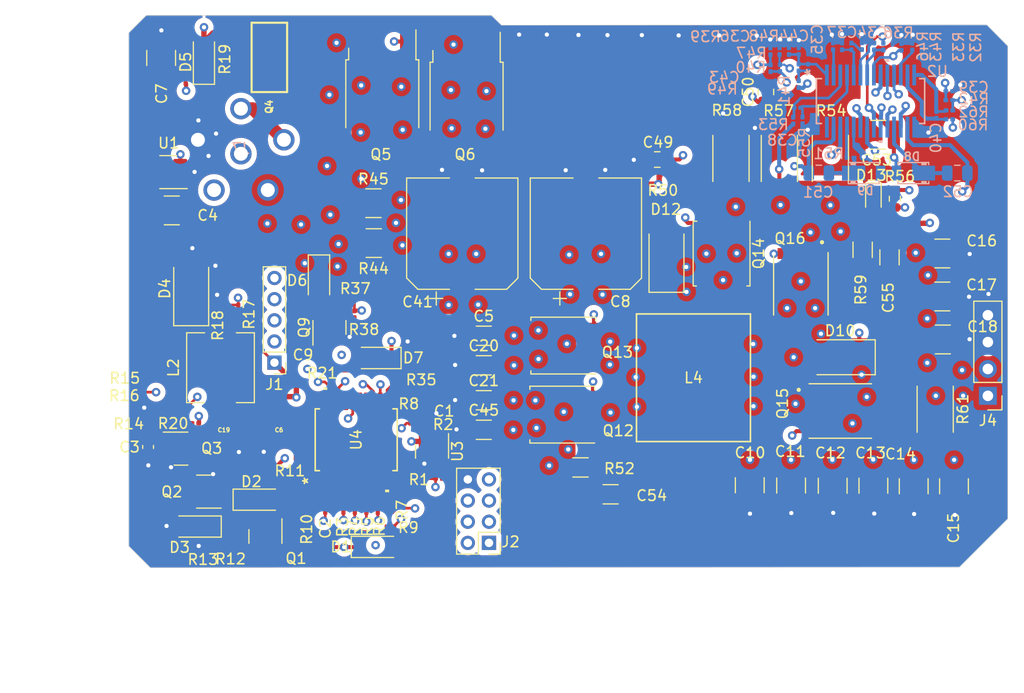
<source format=kicad_pcb>
(kicad_pcb (version 20221018) (generator pcbnew)
  (layers (0 "F.Cu" signal) (1 "In1.Cu" signal) (2 "In2.Cu" signal) (31 "B.Cu" signal) (34 "B.Paste" user) (35 "F.Paste" user) (36 "B.SilkS" user "B.Silkscreen") (37 "F.SilkS" user "F.Silkscreen") (38 "B.Mask" user) (39 "F.Mask" user) (44 "Edge.Cuts" user))
  (net 0 "")
  (net 1 "GND")
  (net 2 "VCC")
  (net 3 "Net-(J1-Pin_2)")
  (net 4 "Net-(Q3-G)")
  (net 5 "Net-(D4-K)")
  (net 6 "Net-(U1-CB)")
  (net 7 "VS")
  (net 8 "/controller/V_BAT1")
  (net 9 "Net-(Q9-G)")
  (net 10 "Net-(D10-K)")
  (net 11 "VDC")
  (net 12 "Net-(U2-ITH)")
  (net 13 "Net-(C34-Pad2)")
  (net 14 "Net-(U2-SS)")
  (net 15 "Net-(U2-VINSNS)")
  (net 16 "/converter/SENSE+")
  (net 17 "/converter/SENSE-")
  (net 18 "Net-(U2-VOUTSNS)")
  (net 19 "/converter/IOSENSE-")
  (net 20 "/converter/IOSENSE+")
  (net 21 "Net-(C43-Pad1)")
  (net 22 "Net-(U2-VFB)")
  (net 23 "/converter/VIN")
  (net 24 "Net-(U2-EXTVCC)")
  (net 25 "Net-(D12-K)")
  (net 26 "Net-(C51-Pad2)")
  (net 27 "Net-(U2-BOOST2)")
  (net 28 "Net-(D10-A)")
  (net 29 "/converter/INTVCC")
  (net 30 "Net-(C54-Pad1)")
  (net 31 "Net-(C55-Pad2)")
  (net 32 "/controller/RB4{slash}")
  (net 33 "Net-(D1-A)")
  (net 34 "+BATT")
  (net 35 "Net-(D2-A)")
  (net 36 "Net-(D3-K)")
  (net 37 "Net-(D5-A)")
  (net 38 "Net-(D6-A)")
  (net 39 "/converter/RUN")
  (net 40 "Net-(D12-A)")
  (net 41 "/converter/BG2")
  (net 42 "Net-(D13-A)")
  (net 43 "/controller/RA0")
  (net 44 "/controller/RA1")
  (net 45 "Net-(J1-Pin_5)")
  (net 46 "Net-(J2-Pin_2)")
  (net 47 "Net-(J2-Pin_3)")
  (net 48 "Net-(J2-Pin_4)")
  (net 49 "Net-(J2-Pin_5)")
  (net 50 "Net-(J2-Pin_6)")
  (net 51 "Net-(J2-Pin_7)")
  (net 52 "Net-(J9-Pin_1)")
  (net 53 "Net-(Q1-D)")
  (net 54 "Net-(Q2-D)")
  (net 55 "Net-(Q9-D)")
  (net 56 "Net-(Q12-G)")
  (net 57 "Net-(Q14-G)")
  (net 58 "/converter/TG2")
  (net 59 "/controller/RC5")
  (net 60 "/controller/RC4")
  (net 61 "/controller/RC3")
  (net 62 "/controller/RC6")
  (net 63 "/controller/RC7")
  (net 64 "/controller/RC2")
  (net 65 "Net-(U4-RB5{slash}AN11{slash}RX{slash}DT)")
  (net 66 "Net-(U4-RC0{slash}AN4)")
  (net 67 "Net-(U1-FB)")
  (net 68 "OUT-EN")
  (net 69 "/converter/MODE")
  (net 70 "Net-(U2-ILIM)")
  (net 71 "Net-(U2-FREQ)")
  (net 72 "Net-(U2-BOOST1)")
  (net 79 "Net-(U3-~{RST})")
  (net 80 "Net-(J7-Pad1)")
  (footprint "Resistor_SMD:R_1210_3225Metric" (layer "F.Cu") (at 147.59 92.84)
    (fp_text reference "R44")
    (fp_text value "~")
  )
  (footprint "Resistor_SMD:R_0603_1608Metric" (layer "F.Cu") (at 196.85 88.646 -90)
    (fp_text reference "R56")
    (fp_text value "0R")
  )
  (footprint "Diode_SMD:D_SMA" (layer "F.Cu") (at 175.26 93.98 90)
    (fp_text reference "D12")
    (fp_text value "B340")
  )
  (footprint "Resistor_SMD:R_0201_0603Metric" (layer "F.Cu") (at 130.7195 109.868 180)
    (fp_text reference "R20")
    (fp_text value "10K")
  )
  (footprint "BSC010NE2LSI:TRANS_BSC010NE2LSI" (layer "F.Cu") (at 191.6885 108.712)
    (fp_text reference "Q15")
    (fp_text value "BSC010NE2LSI")
  )
  (footprint "Package_TO_SOT_SMD:TO-252-2" (layer "F.Cu") (at 156.36 79.05 -90)
    (fp_text reference "Q6")
    (fp_text value "SUD50P04-08")
  )
  (footprint "Resistor_SMD:R_1210_3225Metric" (layer "F.Cu") (at 147.56 89.07)
    (fp_text reference "R45")
    (fp_text value "~")
  )
  (footprint "Inductor_SMD:L_6.3x6.3_H3" (layer "F.Cu") (at 133.1 104.62 90)
    (fp_text reference "L2")
    (fp_text value "SRN6045-470M")
  )
  (footprint "Capacitor_SMD:C_1206_3216Metric" (layer "F.Cu") (at 157.988 110.49)
    (fp_text reference "C45")
    (fp_text value "3.3UF")
  )
  (footprint "Diode_SMD:D_SOD-123" (layer "F.Cu") (at 136.652 117.094)
    (fp_text reference "D2")
    (fp_text value "D_Zener")
  )
  (footprint "PIC16F720-I:SSOP20_MC_MCH" (layer "F.Cu") (at 145.927 111.4298 90)
    (fp_text reference "U4")
    (fp_text value "PIC16F720-I/SS")
  )
  (footprint "Package_TO_SOT_SMD:SOT-23" (layer "F.Cu") (at 153.096 112.522 -90)
    (fp_text reference "U3")
    (fp_text value "MCP120-xxxxTT")
  )
  (footprint "Diode_SMD:D_SMA" (layer "F.Cu") (at 130.33 97.14 90)
    (fp_text reference "D4")
    (fp_text value "B160-E3")
  )
  (footprint "Capacitor_SMD:C_1210_3225Metric" (layer "F.Cu") (at 195.28 82.6 180)
    (fp_text reference "C53")
    (fp_text value "1UF")
  )
  (footprint "Resistor_SMD:R_0201_0603Metric" (layer "F.Cu") (at 146.89 117.995 -90)
    (fp_text reference "R5")
    (fp_text value "330R")
  )
  (footprint "Package_TO_SOT_SMD:TDSON-8-1" (layer "F.Cu") (at 180.467 93.832 -90)
    (fp_text reference "Q14")
    (fp_text value "BSC026N08NS5")
  )
  (footprint "Capacitor_SMD:C_1210_3225Metric" (layer "F.Cu") (at 201.336 93.822)
    (fp_text reference "C16")
    (fp_text value "22UF")
  )
  (footprint "Resistor_SMD:R_0201_0603Metric" (layer "F.Cu") (at 149.905 105.66 180)
    (fp_text reference "R35")
    (fp_text value "100R")
  )
  (footprint "Capacitor_SMD:C_1206_3216Metric" (layer "F.Cu") (at 157.988 107.696)
    (fp_text reference "C21")
    (fp_text value "3.3UF")
  )
  (footprint "Capacitor_SMD:C_1210_3225Metric" (layer "F.Cu") (at 198.628 115.824 90)
    (fp_text reference "C14")
    (fp_text value "22UF")
  )
  (footprint "Resistor_SMD:R_0201_0603Metric" (layer "F.Cu") (at 126.5745 109.998)
    (fp_text reference "R14")
    (fp_text value "750R")
  )
  (footprint "Capacitor_SMD:C_0805_2012Metric" (layer "F.Cu") (at 174.3855 84.94 180)
    (fp_text reference "C49")
    (fp_text value "1UF")
  )
  (footprint "Capacitor_SMD:CP_Elec_10x7.7" (layer "F.Cu") (at 167.64 91.948 90)
    (fp_text reference "C8")
    (fp_text value "270UF")
  )
  (footprint "Capacitor_SMD:C_1210_3225Metric" (layer "F.Cu") (at 201.336 97.886)
    (fp_text reference "C17")
    (fp_text value "22UF")
  )
  (footprint "Capacitor_SMD:C_1210_3225Metric" (layer "F.Cu") (at 127.489 75.336 -90)
    (fp_text reference "C7")
    (fp_text value "1UF")
  )
  (footprint "Capacitor_SMD:C_1210_3225Metric" (layer "F.Cu") (at 187.04 115.76 90)
    (fp_text reference "C11")
    (fp_text value "22UF")
  )
  (footprint "Resistor_SMD:R_0201_0603Metric" (layer "F.Cu") (at 144.72 117.97 -90)
    (fp_text reference "R3")
    (fp_text value "330R")
  )
  (footprint "GRM21BR61A226ME51L:CAPC2012X140N" (layer "F.Cu") (at 137.16 110.49 90)
    (fp_text reference "C6")
    (fp_text value "22UF")
  )
  (footprint "Package_TO_SOT_SMD:SOT-23-6" (layer "F.Cu") (at 128.1575 86.13 180)
    (fp_text reference "U1")
    (fp_text value "LMR14206")
  )
  (footprint "Resistor_SMD:R_0201_0603Metric" (layer "F.Cu") (at 132.243 121.412 180)
    (fp_text reference "R13")
    (fp_text value "100K")
  )
  (footprint "Resistor_SMD:R_1206_3216Metric" (layer "F.Cu") (at 167.132 114.046 180)
    (fp_text reference "R52")
    (fp_text value "5R6")
  )
  (footprint "Capacitor_SMD:C_0201_0603Metric" (layer "F.Cu") (at 152.4 108.966 180)
    (fp_text reference "C1")
    (fp_text value "100NF")
  )
  (footprint "Capacitor_SMD:C_1206_3216Metric" (layer "F.Cu") (at 196.342 94.185 -90)
    (fp_text reference "C55")
    (fp_text value "1.8NF")
  )
  (footprint "Resistor_SMD:R_0201_0603Metric" (layer "F.Cu") (at 138.11 115.316)
    (fp_text reference "R11")
    (fp_text value "20K")
  )
  (footprint "Package_TO_SOT_SMD:TO-252-2" (layer "F.Cu") (at 148.395 78.825 -90)
    (fp_text reference "Q5")
    (fp_text value "SUD50P04-08")
  )
  (footprint "Resistor_SMD:R_0201_0603Metric" (layer "F.Cu") (at 125.88 105.598 -90)
    (fp_text reference "R15")
    (fp_text value "100K")
  )
  (footprint "Capacitor_SMD:C_1210_3225Metric" (layer "F.Cu") (at 128.495 89.752)
    (fp_text reference "C4")
    (fp_text value "150NF")
  )
  (footprint "Resistor_SMD:R_2512_6332Metric" (layer "F.Cu") (at 185.928 84.836 -90)
    (fp_text reference "R57")
    (fp_text value "0R010")
  )
  (footprint "Resistor_SMD:R_0201_0603Metric" (layer "F.Cu") (at 149.164 119.634 180)
    (fp_text reference "R9")
    (fp_text value "100K")
  )
  (footprint "Resistor_SMD:R_0201_0603Metric" (layer "F.Cu") (at 134.78 99.03 90)
    (fp_text reference "R17")
    (fp_text value "5K49")
  )
  (footprint "Capacitor_SMD:C_1210_3225Metric" (layer "F.Cu") (at 190.97 115.78 90)
    (fp_text reference "C12")
    (fp_text value "22UF")
  )
  (footprint "Capacitor_SMD:C_1210_3225Metric" (layer "F.Cu") (at 202.438 115.824 90)
    (fp_text reference "C15")
    (fp_text value "22UF")
  )
  (footprint "Resistor_SMD:R_0201_0603Metric" (layer "F.Cu") (at 142.72 104.09 180)
    (fp_text reference "R21")
    (fp_text value "NI")
  )
  (footprint "Resistor_SMD:R_2512_6332Metric" (layer "F.Cu") (at 181.356 84.836 -90)
    (fp_text reference "R58")
    (fp_text value "0R010")
  )
  (footprint "GRM21BR61A226ME51L:CAPC2012X140N" (layer "F.Cu") (at 134.874 110.49 90)
    (fp_text reference "C19")
    (fp_text value "22UF")
  )
  (footprint "Resistor_SMD:R_0201_0603Metric" (layer "F.Cu") (at 133.82 99.01 -90)
    (fp_text reference "R18")
    (fp_text value "1K")
  )
  (footprint "Diode_SMD:D_SMA" (layer "F.Cu") (at 191.484 103.632 180)
    (fp_text reference "D10")
    (fp_text value "B340")
  )
  (footprint "Resistor_SMD:R_0201_0603Metric" (layer "F.Cu") (at 149.098 118.019 -90)
    (fp_text reference "R7")
    (fp_text value "330R")
  )
  (footprint "Resistor_SMD:R_0201_0603Metric" (layer "F.Cu") (at 139.68 119.94 -90)
    (fp_text reference "R10")
    (fp_text value "1OK")
  )
  (footprint "Package_TO_SOT_SMD:SOT-23" (layer "F.Cu") (at 143.4 100.8125 90)
    (fp_text reference "Q9")
    (fp_text value "IRLML0030")
  )
  (footprint "Capacitor_SMD:C_0201_0603Metric" (layer "F.Cu") (at 142.71 103.23 180)
    (fp_text reference "C9")
    (fp_text value "NI")
  )
  (footprint "Capacitor_SMD:C_1210_3225Metric" (layer "F.Cu") (at 201.385 101.95)
    (fp_text reference "C18")
    (fp_text value "22UF")
  )
  (footprint "Resistor_SMD:R_0201_0603Metric" (layer "F.Cu") (at 147.97 118.01 -90)
    (fp_text reference "R6")
    (fp_text value "330R")
  )
  (footprint "BSC010NE2LSI:TRANS_BSC010NE2LSI" (layer "F.Cu") (at 187.96 96.6925 -90)
    (fp_text reference "Q16")
    (fp_text value "BSC010NE2LSI")
  )
  (footprint "Resistor_SMD:R_0201_0603Metric" (layer "F.Cu") (at 144.16 97.05 -90)
    (fp_text reference "R37")
    (fp_text value "~")
  )
  (footprint "Resistor_SMD:R_2512_6332Metric" (layer "F.Cu") (at 190.754 84.836 -90)
    (fp_text reference "R54")
    (fp_text value "0R010")
  )
  (footprint "Diode_SMD:D_0603_1608Metric" (layer "F.Cu") (at 194.818 88.646 -90)
    (fp_text reference "D13")
    (fp_text value "D")
  )
  (footprint "Package_TO_SOT_SMD:SOT-23" (layer "F.Cu") (at 131.4935 116.332 180)
    (fp_text reference "Q2")
    (fp_text value "2N7002")
  )
  (footprint "Resistor_SMD:R_0201_0603Metric" (layer "F.Cu") (at 153.75 115.11)
    (fp_text reference "R1")
    (fp_text value "12K")
  )
  (footprint "Capacitor_SMD:C_1210_3225Metric" (layer "F.Cu") (at 183.13 115.73 90)
    (fp_text reference "C10")
    (fp_text value "22UF")
  )
  (footprint "Diode_SMD:D_SMF" (layer "F.Cu") (at 147.81 103.7 180)
    (fp_text reference "D7")
    (fp_text value "BZD27Cxx")
  )
  (footprint "Resistor_SMD:R_0201_0603Metric" (layer "F.Cu") (at 151.04 109.545 -90)
    (fp_text reference "R8")
    (fp_text value "330R")
  )
  (footprint "Diode_SMD:D_SOD-123" (layer "F.Cu") (at 147.82 121.56)
    (fp_text reference "D1")
    (fp_text value "1N4148")
  )
  (footprint "Capacitor_SMD:C_1210_3225Metric" (layer "F.Cu") (at 194.818 115.775 90)
    (fp_text reference "C13")
    (fp_text value "22UF")
  )
  (footprint "Resistor_SMD:R_0201_0603Metric" (layer "F.Cu") (at 134.686 121.412)
    (fp_text reference "R12")
    (fp_text value "1OK")
  )
  (footprint "Capacitor_SMD:C_1206_3216Metric" (layer "F.Cu") (at 169.975 116.586)
    (fp_text reference "C54")
    (fp_text value "390PF")
  )
  (footprint "Connector_PinHeader_2.54mm:PinHeader_1x04_P2.54mm_Vertical" (layer "F.Cu") (at 205.64 107.28 180)
    (fp_text reference "J4")
    (fp_text value "OUTPUT")
  )
  (footprint "Diode_SMD:D_SOD-123" (layer "F.Cu") (at 130.81 119.634 180)
    (fp_text reference "D3")
    (fp_text value "D_Zener")
  )
  (footprint "Diode_SMD:D_SMF" (layer "F.Cu") (at 142.41 96.3225 -90)
    (fp_text reference "D6")
    (fp_text value "BZD27Cxx")
  )
  (footprint "Package_TO_SOT_SMD:TDSON-8-1" (layer "F.Cu") (at 165.408 109.054 180)
    (fp_text reference "Q12")
    (fp_text value "BSC026N08NS5")
  )
  (footprint "Resistor_SMD:R_0201_0603Metric" (layer "F.Cu") (at 145.796 117.994 -90)
    (fp_text reference "R4")
    (fp_text value "330R")
  )
  (footprint "Diode_SMD:D_SOD-123" (layer "F.Cu") (at 131.533 75.47 90)
    (fp_text reference "D5")
    (fp_text value "D_Zener")
  )
  (footprint "Resistor_SMD:R_1206_3216Metric" (layer "F.Cu") (at 193.802 93.472 -90)
    (fp_text reference "R59")
    (fp_text value "3R6")
  )
  (footprint "XAL1010:IND_XAL1010-152MED_COC" (layer "F.Cu") (at 177.81 105.57)
    (fp_text reference "L4")
    (fp_text value "3uH")
  )
  (footprint "Capacitor_SMD:C_0805_2012Metric" (layer "F.Cu") (at 184.658 78.552 90)
    (fp_text reference "C50")
    (fp_text value "1UF")
  )
  (footprint "Connector_PinHeader_2.00mm:PinHeader_1x05_P2.00mm_Vertical" (layer "F.Cu") (at 138.2 104.14 180)
    (fp_text reference "J1")
    (fp_text value "Conn_01x05")
  )
  (footprint "Resistor_SMD:R_0201_0603Metric" (layer "F.Cu") (at 129.809 77.436 -90)
    (fp_text reference "R19")
    (fp_text value "20K")
  )
  (footprint "Capacitor_SMD:C_1206_3216Metric" (layer "F.Cu") (at 157.988 101.6)
    (fp_text reference "C5")
    (fp_text value "3.3UF")
  )
  (footprint "Capacitor_SMD:C_0201_0603Metric" (layer "F.Cu") (at 143 117.98 -90)
    (fp_text reference "C2")
    (fp_text value "100NF")
  )
  (footprint "Package_TO_SOT_SMD:SOT-23" (layer "F.Cu") (at 137.348 120.5715 -90)
    (fp_text reference "Q1")
    (fp_text value "BSS84")
  )
  (footprint "Capacitor_SMD:CP_Elec_10x7.7" (layer "F.Cu") (at 155.956 91.948 90)
    (fp_text reference "C41")
    (fp_text value "270UF")
  )
  (footprint "Capacitor_SMD:C_0603_1608Metric" (layer "F.Cu") (at 126.2545 112.108 -90)
    (fp_text reference "C3")
    (fp_text value "100NF")
  )
  (footprint "Connector_PinHeader_2.00mm:PinHeader_2x04_P2.00mm_Vertical" (layer "F.Cu") (at 158.48 121.18 180)
    (fp_text reference "J2")
    (fp_text value "Conn_01x08")
  )
  (footprint "Capacitor_SMD:C_1206_3216Metric" (layer "F.Cu") (at 157.988 104.394)
    (fp_text reference "C20")
    (fp_text value "3.3UF")
  )
  (footprint "Package_TO_SOT_SMD:TDSON-8-1" (layer "F.Cu") (at 165.502 102.528 180)
    (fp_text reference "Q13")
    (fp_text value "BSC026N08NS5")
  )
  (footprint "Resistor_SMD:R_2512_6332Metric" (layer "F.Cu") (at 200.66 108.5435 -90)
    (fp_text reference "R61")
    (fp_text value "0R003")
  )
  (footprint "Resistor_SMD:R_0201_0603Metric" (layer "F.Cu") (at 145.76 99.568 -90)
    (fp_text reference "R38")
    (fp_text value "NI")
  )
  (footprint "Resistor_SMD:R_0201_0603Metric" (layer "F.Cu") (at 174.9855 86.44 180)
    (fp_text reference "R50")
    (fp_text value "15R")
  )
  (footprint "NDT2955:SOT223" (layer "F.Cu") (at 137.719 75.286 -90)
    (fp_text reference "Q4")
    (fp_text value "NDT2955")
  )
  (footprint "Resistor_SMD:R_0201_0603Metric" (layer "F.Cu") (at 125.88 107.254 -90)
    (fp_text reference "R16")
    (fp_text value "12K")
  )
  (footprint "Resistor_SMD:R_0201_0603Metric" (layer "F.Cu") (at 152.491 109.982 180)
    (fp_text reference "R2")
    (fp_text value "750R")
  )
  (footprint "Package_TO_SOT_SMD:SOT-23" (layer "F.Cu") (at 129.3645 112.268)
    (fp_text reference "Q3")
    (fp_text value "2N7002")
  )
  (footprint "Capacitor_SMD:C_0201_0603Metric" (layer "B.Cu") (at 191.858 74.244 90)
    (fp_text reference "C37")
    (fp_text value "100PF")
  )
  (footprint "Resistor_SMD:R_0201_0603Metric" (layer "B.Cu") (at 202.003 80.294 180)
    (fp_text reference "R62")
    (fp_text value "100R")
  )
  (footprint "Resistor_SMD:R_0201_0603Metric" (layer "B.Cu") (at 186.838 74.694 -90)
    (fp_text reference "R48")
    (fp_text value "8k06")
  )
  (footprint "Resistor_SMD:R_0201_0603Metric" (layer "B.Cu") (at 187.758 77.814 90)
    (fp_text reference "R49")
    (fp_text value "10R")
  )
  (footprint "Resistor_SMD:R_0201_0603Metric" (layer "B.Cu") (at 198.49 74.27 90)
    (fp_text reference "R43")
    (fp_text value "0R")
  )
  (footprint "Resistor_SMD:R_0201_0603Metric" (layer "B.Cu") (at 185.098 76.304 -90)
    (fp_text reference "R40")
    (fp_text value "NI")
  )
  (footprint "Capacitor_SMD:C_0201_0603Metric" (layer "B.Cu") (at 187.633 80.044)
    (fp_text reference "C38")
    (fp_text value "68PF")
  )
  (footprint "Resistor_SMD:R_0201_0603Metric" (layer "B.Cu") (at 188.118 81.239 90)
    (fp_text reference "R55")
    (fp_text value "100R")
  )
  (footprint "Resistor_SMD:R_0201_0603Metric" (layer "B.Cu") (at 194.89 74.25 -90)
    (fp_text reference "R33")
    (fp_text value "NI")
  )
  (footprint "Capacitor_SMD:C_0201_0603Metric" (layer "B.Cu") (at 188.648 76.249 90)
    (fp_text reference "C43")
    (fp_text value "1NF")
  )
  (footprint "Resistor_SMD:R_0201_0603Metric" (layer "B.Cu") (at 185.988 76.294 -90)
    (fp_text reference "R41")
    (fp_text value "100R")
  )
  (footprint "DFLS160-7:POWERDI-123" (layer "B.Cu") (at 199.55 86.222 180)
    (fp_text reference "D8")
    (fp_text value "DFLS160-7")
  )
  (footprint "DFLS160-7:POWERDI-123" (layer "B.Cu") (at 192.95 86.222)
    (fp_text reference "D9")
    (fp_text value "DFLS160-7")
  )
  (footprint "Capacitor_SMD:C_0201_0603Metric" (layer "B.Cu") (at 192.738 74.249 90)
    (fp_text reference "C34")
    (fp_text value "10NF")
  )
  (footprint "Capacitor_SMD:C_0201_0603Metric" (layer "B.Cu") (at 201.988 78.484 180)
    (fp_text reference "C39")
    (fp_text value "100NF")
  )
  (footprint "Capacitor_SMD:C_0805_2012Metric" (layer "B.Cu") (at 202.75 86.222)
    (fp_text reference "C52")
    (fp_text value "220NF")
  )
  (footprint "Resistor_SMD:R_0201_0603Metric" (layer "B.Cu") (at 187.238 81.259 90)
    (fp_text reference "R53")
    (fp_text value "100R")
  )
  (footprint "Resistor_SMD:R_0201_0603Metric" (layer "B.Cu") (at 192.66 84.78 180)
    (fp_text reference "R51")
    (fp_text value "10R")
  )
  (footprint "SC-C-179495 Footprint:SC-C-179495_HEADER" (layer "B.Cu") (at 135.03 84.3991 180)
    (fp_text reference "J7")
    (fp_text value "DIN-6")
  )
  (footprint "Capacitor_SMD:C_0805_2012Metric" (layer "B.Cu") (at 189.66 86.212)
    (fp_text reference "C51")
    (fp_text value "220NF")
  )
  (footprint "Resistor_SMD:R_0201_0603Metric" (layer "B.Cu") (at 197.47 74.3 90)
    (fp_text reference "R46")
    (fp_text value "46K4")
  )
  (footprint "Resistor_SMD:R_0201_0603Metric" (layer "B.Cu") (at 193.73 74.225 -90)
    (fp_text reference "R36")
    (fp_text value "10K")
  )
  (footprint "Capacitor_SMD:C_0201_0603Metric" (layer "B.Cu") (at 200.778 80.719 -90)
    (fp_text reference "C40")
    (fp_text value "2.2UF")
  )
  (footprint "Resistor_SMD:R_0201_0603Metric" (layer "B.Cu") (at 201.993 81.134 180)
    (fp_text reference "R60")
    (fp_text value "100R")
  )
  (footprint "footprints:SSOP-28_GN_LIT" (layer "B.Cu") (at 194.548 79.414 -90)
    (fp_text reference "U2")
    (fp_text value "LTC3789EGN-PBF")
  )
  (footprint "Capacitor_SMD:C_0201_0603Metric" (layer "B.Cu") (at 191.008 74.239 90)
    (fp_text reference "C35")
    (fp_text value "6.8NF")
  )
  (footprint "Capacitor_SMD:C_0201_0603Metric" (layer "B.Cu") (at 187.763 74.694 90)
    (fp_text reference "C44")
    (fp_text value "1NF")
  )
  (footprint "Resistor_SMD:R_0201_0603Metric" (layer "B.Cu") (at 187.758 76.239 -90)
    (fp_text reference "R47")
    (fp_text value "113k")
  )
  (footprint "Resistor_SMD:R_0201_0603Metric" (layer "B.Cu") (at 185.078 74.709 -90)
    (fp_text reference "R39")
    (fp_text value "12k1")
  )
  (footprint "Capacitor_SMD:C_0201_0603Metric" (layer "B.Cu") (at 185.948 74.699 90)
    (fp_text reference "C36")
    (fp_text value "100NF")
  )
  (footprint "Resistor_SMD:R_0201_0603Metric" (layer "B.Cu") (at 195.76 74.265 90)
    (fp_text reference "R32")
    (fp_text value "0R")
  )
  (footprint "Resistor_SMD:R_0201_0603Metric" (layer "B.Cu") (at 201.983 79.334)
    (fp_text reference "R42")
    (fp_text value "100R")
  )
  (gr_line (start 126.081 71.319) (end 124.43 72.97) (stroke (width 0.05)) (layer "Edge.Cuts"))
  (gr_line (start 124.43 121.484) (end 126.462 123.516) (stroke (width 0.05)) (layer "Edge.Cuts"))
  (gr_line (start 158.72 71.319) (end 126.081 71.319) (stroke (width 0.05)) (layer "Edge.Cuts"))
  (gr_line (start 126.462 123.516) (end 202.943 123.481) (stroke (width 0.05)) (layer "Edge.Cuts"))
  (gr_line (start 202.943 123.481) (end 207.515 118.909) (stroke (width 0.05)) (layer "Edge.Cuts"))
  (gr_line (start 124.43 72.97) (end 124.43 121.484) (stroke (width 0.05)) (layer "Edge.Cuts"))
  (gr_line (start 205.55 72.21) (end 159.66 72.24) (stroke (width 0.05)) (layer "Edge.Cuts"))
  (gr_line (start 207.515 74.205) (end 207.515 118.909) (stroke (width 0.05)) (layer "Edge.Cuts"))
  (gr_line (start 207.515 74.205) (end 205.55 72.21) (stroke (width 0.05)) (layer "Edge.Cuts"))
  (gr_line (start 159.66 72.24) (end 158.72 71.319) (stroke (width 0.05)) (layer "Edge.Cuts"))
  (segment (start 133.62 99.33) (end 132.78 98.49) (width 0.254) (layer "F.Cu") (net 1))
  (segment (start 133.82 99.33) (end 133.62 99.33) (width 0.254) (layer "F.Cu") (net 1))
  (segment (start 132.78 98.49) (end 132.78 97.73) (width 0.254) (layer "F.Cu") (net 1))
  (via (at 152.37 113.69) (size 0.8) (drill 0.4) (layers "F.Cu" "B.Cu") (net 1))
  (via (at 137.19 112.57) (size 0.8) (drill 0.4) (layers "F.Cu" "B.Cu") (net 1))
  (via (at 134.84 112.59) (size 0.8) (drill 0.4) (layers "F.Cu" "B.Cu") (net 1))
  (via (at 126.28 113.85) (size 0.8) (drill 0.4) (layers "F.Cu" "B.Cu") (net 1))
  (via (at 132.62 94.98) (size 0.8) (drill 0.4) (layers "F.Cu" "B.Cu") (net 1))
  (via (at 185.98 73.58) (size 0.8) (drill 0.4) (layers "F.Cu" "B.Cu") (net 1))
  (via (at 132.78 97.73) (size 0.8) (drill 0.4) (layers "F.Cu" "B.Cu") (net 1))
  (via (at 172.93 73.18) (size 0.8) (drill 0.4) (layers "F.Cu" "B.Cu") (net 1))
  (via (at 125.89 108.4) (size 0.8) (drill 0.4) (layers "F.Cu" "B.Cu") (net 1))
  (via (at 130.65 86.11) (size 0.8) (drill 0.4) (layers "F.Cu" "B.Cu") (net 1))
  (via (at 127.51 72.73) (size 0.8) (drill 0.4) (layers "F.Cu" "B.Cu") (net 1))
  (via (at 180.61 80.58) (size 0.8) (drill 0.4) (layers "F.Cu" "B.Cu") (net 1))
  (via (at 169.47 85.92) (size 0.8) (drill 0.4) (layers "F.Cu" "B.Cu") (net 1))
  (via (at 190.89 73.14) (size 0.8) (drill 0.4) (layers "F.Cu" "B.Cu") (net 1))
  (via (at 191.02 118.34) (size 0.8) (drill 0.4) (layers "F.Cu" "B.Cu") (net 1))
  (via (at 154.04 85.92) (size 0.8) (drill 0.4) (layers "F.Cu" "B.Cu") (net 1))
  (via (at 130.44 93.32) (size 0.8) (drill 0.4) (layers "F.Cu" "B.Cu") (net 1))
  (via (at 188.61 82.13) (size 0.8) (drill 0.4) (layers "F.Cu" "B.Cu") (net 1))
  (via (at 155.41 110.45) (size 0.8) (drill 0.4) (layers "F.Cu" "B.Cu") (net 1))
  (via (at 205.7 97.65) (size 0.8) (drill 0.4) (layers "F.Cu" "B.Cu") (net 1))
  (via (at 145.31 101.71) (size 0.8) (drill 0.4) (layers "F.Cu" "B.Cu") (net 1))
  (via (at 202.52 118.54) (size 0.8) (drill 0.4) (layers "F.Cu" "B.Cu") (net 1))
  (via (at 155.21 101.61) (size 0.8) (drill 0.4) (layers "F.Cu" "B.Cu") (net 1))
  (via (at 166.94 73.17) (size 0.8) (drill 0.4) (layers "F.Cu" "B.Cu") (net 1))
  (via (at 169.68 73.18) (size 0.8) (drill 0.4) (layers "F.Cu" "B.Cu") (net 1))
  (via (at 155.28 107.68) (size 0.8) (drill 0.4) (layers "F.Cu" "B.Cu") (net 1))
  (via (at 183.8 73.24) (size 0.8) (drill 0.4) (layers "F.Cu" "B.Cu") (net 1))
  (via (at 131.01 81.24) (size 0.8) (drill 0.4) (layers "F.Cu" "B.Cu") (net 1))
  (via (at 186.84 73.59) (size 0.8) (drill 0.4) (layers "F.Cu" "B.Cu") (net 1))
  (via (at 200.02 82.39) (size 0.8) (drill 0.4) (layers "F.Cu" "B.Cu") (net 1))
  (via (at 150.79 102.14) (size 0.8) (drill 0.4) (layers "F.Cu" "B.Cu") (net 1))
  (via (at 187.06 118.36) (size 0.8) (drill 0.4) (layers "F.Cu" "B.Cu") (net 1))
  (via (at 187.77 73.66) (size 0.8) (drill 0.4) (layers "F.Cu" "B.Cu") (net 1))
  (via (at 128 119.58) (size 0.8) (drill 0.4) (layers "F.Cu" "B.Cu") (net 1))
  (via (at 153.51 108.93) (size 0.8) (drill 0.4) (layers "F.Cu" "B.Cu") (net 1))
  (via (at 203.91 101.93) (size 0.8) (drill 0.4) (layers "F.Cu" "B.Cu") (net 1))
  (via (at 194.9 118.41) (size 0.8) (drill 0.4) (layers "F.Cu" "B.Cu") (net 1))
  (via (at 183.15 118.42) (size 0.8) (drill 0.4) (layers "F.Cu" "B.Cu") (net 1))
  (via (at 203.86 97.91) (size 0.8) (drill 0.4) (layers "F.Cu" "B.Cu") (net 1))
  (via (at 197.46 73.18) (size 0.8) (drill 0.4) (layers "F.Cu" "B.Cu") (net 1))
  (via (at 191.85 73.08) (size 0.8) (drill 0.4) (layers "F.Cu" "B.Cu") (net 1))
  (via (at 128.42 114.03) (size 0.8) (drill 0.4) (layers "F.Cu" "B.Cu") (net 1))
  (via (at 132.4 114.68) (size 0.8) (drill 0.4) (layers "F.Cu" "B.Cu") (net 1))
  (via (at 131.97 84.6) (size 0.8) (drill 0.4) (layers "F.Cu" "B.Cu") (net 1))
  (via (at 193.72 73.09) (size 0.8) (drill 0.4) (layers "F.Cu" "B.Cu") (net 1))
  (via (at 198.67 118.45) (size 0.8) (drill 0.4) (layers "F.Cu" "B.Cu") (net 1))
  (via (at 198.54 73.15) (size 0.8) (drill 0.4) (layers "F.Cu" "B.Cu") (net 1))
  (via (at 203.03 77.88) (size 0.8) (drill 0.4) (layers "F.Cu" "B.Cu") (net 1))
  (via (at 183.62 81.95) (size 0.8) (drill 0.4) (layers "F.Cu" "B.Cu") (net 1))
  (via (at 161.33 73.13) (size 0.8) (drill 0.4) (layers "F.Cu" "B.Cu") (net 1))
  (via (at 203.92 93.87) (size 0.8) (drill 0.4) (layers "F.Cu" "B.Cu") (net 1))
  (via (at 155.28 104.36) (size 0.8) (drill 0.4) (layers "F.Cu" "B.Cu") (net 1))
  (via (at 172.17 84.97) (size 0.8) (drill 0.4) (layers "F.Cu" "B.Cu") (net 1))
  (via (at 131.04 121.47) (size 0.8) (drill 0.4) (layers "F.Cu" "B.Cu") (net 1))
  (via (at 180.24 73.21) (size 0.8) (drill 0.4) (layers "F.Cu" "B.Cu") (net 1))
  (via (at 176.41 73.21) (size 0.8) (drill 0.4) (layers "F.Cu" "B.Cu") (net 1))
  (via (at 157.83 85.96) (size 0.8) (drill 0.4) (layers "F.Cu" "B.Cu") (net 1))
  (via (at 132.68 82.49) (size 0.8) (drill 0.4) (layers "F.Cu" "B.Cu") (net 1))
  (via (at 185.06 73.59) (size 0.8) (drill 0.4) (layers "F.Cu" "B.Cu") (net 1))
  (via (at 163.95 73.13) (size 0.8) (drill 0.4) (layers "F.Cu" "B.Cu") (net 1))
  (via (at 165.73 85.95) (size 0.8) (drill 0.4) (layers "F.Cu" "B.Cu") (net 1))
  (via (at 193.91 84.68) (size 0.8) (drill 0.4) (layers "F.Cu" "B.Cu") (net 1))
  (segment (start 193.73 73.32) (end 193.89 73.16) (width 0.254) (layer "B.Cu") (net 1))
  (segment (start 185.078 74.389) (end 185.078 73.608) (width 0.25) (layer "B.Cu") (net 1))
  (segment (start 192.9605 83.7305) (end 192.9605 81.8778) (width 0.25) (layer "B.Cu") (net 1))
  (segment (start 197.47 73.98) (end 198.46 73.98) (width 0.254) (layer "B.Cu") (net 1))
  (segment (start 193.5955 75.5345) (end 194.38 74.75) (width 0.254) (layer "B.Cu") (net 1))
  (segment (start 191.013 73.924) (end 191.008 73.919) (width 0.254) (layer "B.Cu") (net 1))
  (segment (start 186.838 74.374) (end 186.838 73.592) (width 0.25) (layer "B.Cu") (net 1))
  (segment (start 185.078 73.608) (end 185.06 73.59) (width 0.25) (layer "B.Cu") (net 1))
  (segment (start 194.89 73.93) (end 193.755 73.93) (width 0.254) (layer "B.Cu") (net 1))
  (segment (start 185.948 73.612) (end 185.98 73.58) (width 0.25) (layer "B.Cu") (net 1))
  (segment (start 186.838 73.592) (end 186.84 73.59) (width 0.25) (layer "B.Cu") (net 1))
  (segment (start 193.73 73.905) (end 193.73 73.32) (width 0.254) (layer "B.Cu") (net 1))
  (segment (start 193.5955 76.9502) (end 193.5955 75.5345) (width 0.254) (layer "B.Cu") (net 1))
  (segment (start 194.38 74.24) (end 194.69 73.93) (width 0.254) (layer "B.Cu") (net 1))
  (segment (start 194.69 73.93) (end 194.89 73.93) (width 0.254) (layer "B.Cu") (net 1))
  (segment (start 193.91 84.68) (end 192.9605 83.7305) (width 0.25) (layer "B.Cu") (net 1))
  (segment (start 198.46 73.98) (end 198.49 73.95) (width 0.254) (layer "B.Cu") (net 1))
  (segment (start 187.763 73.667) (end 187.77 73.66) (width 0.25) (layer "B.Cu") (net 1))
  (segment (start 194.38 74.75) (end 194.38 74.24) (width 0.254) (layer "B.Cu") (net 1))
  (segment (start 187.763 74.374) (end 187.763 73.667) (width 0.25) (layer "B.Cu") (net 1))
  (segment (start 191.858 73.924) (end 191.013 73.924) (width 0.254) (layer "B.Cu") (net 1))
  (segment (start 193.755 73.93) (end 193.73 73.905) (width 0.254) (layer "B.Cu") (net 1))
  (segment (start 185.948 74.379) (end 185.948 73.612) (width 0.25) (layer "B.Cu") (net 1))
  (segment (start 151.23 111.59) (end 151.15 111.59) (width 0.508) (layer "F.Cu") (net 2))
  (segment (start 152.171 111.5595) (end 152.146 111.5845) (width 0.25) (layer "F.Cu") (net 2))
  (segment (start 152.1405 111.59) (end 152.146 111.5845) (width 0.508) (layer "F.Cu") (net 2))
  (segment (start 151.15 111.51) (end 151.22 111.58) (width 0.508) (layer "F.Cu") (net 2))
  (segment (start 142.28 117.66) (end 141.85 118.09) (width 0.254) (layer "F.Cu") (net 2))
  (segment (start 140.27 107.4) (end 140.27 107.42) (width 0.508) (layer "F.Cu") (net 2))
  (segment (start 152.08 109.891) (end 152.171 109.982) (width 0.25) (layer "F.Cu") (net 2))
  (segment (start 137.875 109.6) (end 138.59 109.6) (width 0.508) (layer "F.Cu") (net 2))
  (segment (start 140.27 106.21) (end 138.2 104.14) (width 0.508) (layer "F.Cu") (net 2))
  (segment (start 137.16 109.595) (end 137.87 109.595) (width 0.508) (layer "F.Cu") (net 2))
  (segment (start 141.85 119.62) (end 142.34 120.11) (width 0.254) (layer "F.Cu") (net 2))
  (segment (start 138.59 109.6) (end 140.28 111.29) (width 0.508) (layer "F.Cu") (net 2))
  (segment (start 148.368 120.11) (end 148.844 119.634) (width 0.254) (layer "F.Cu") (net 2))
  (segment (start 140.28 113.31) (end 142.032 115.062) (width 0.508) (layer "F.Cu") (net 2))
  (segment (start 134.78 99.35) (end 134.78 100.72) (width 0.25) (layer "F.Cu") (net 2))
  (segment (start 142.34 120.11) (end 148.368 120.11) (width 0.254) (layer "F.Cu") (net 2))
  (segment (start 134.78 100.72) (end 138.2 104.14) (width 0.25) (layer "F.Cu") (net 2))
  (segment (start 134.195 109.595) (end 133.594 108.994) (width 0.508) (layer "F.Cu") (net 2))
  (segment (start 151.2245 111.5845) (end 151.23 111.59) (width 0.508) (layer "F.Cu") (net 2))
  (segment (start 151.15 111.59) (end 152.1405 111.59) (width 0.508) (layer "F.Cu") (net 2))
  (segment (start 140.28 111.29) (end 140.28 113.31) (width 0.508) (layer "F.Cu") (net 2))
  (segment (start 134.874 109.595) (end 137.16 109.595) (width 0.508) (layer "F.Cu") (net 2))
  (segment (start 133.594 107.354) (end 140.224 107.354) (width 0.508) (layer "F.Cu") (net 2))
  (segment (start 140.224 107.354) (end 140.27 107.4) (width 0.508) (layer "F.Cu") (net 2))
  (segment (start 137.87 109.595) (end 137.875 109.6) (width 0.508) (layer "F.Cu") (net 2))
  (segment (start 143 117.66) (end 142.28 117.66) (width 0.254) (layer "F.Cu") (net 2))
  (segment (start 152.08 108.966) (end 152.08 109.891) (width 0.25) (layer "F.Cu") (net 2))
  (segment (start 133.594 108.994) (end 133.594 107.354) (width 0.508) (layer "F.Cu") (net 2))
  (segment (start 134.874 109.595) (end 134.195 109.595) (width 0.508) (layer "F.Cu") (net 2))
  (segment (start 140.29 107.42) (end 140.24 107.37) (width 0.508) (layer "F.Cu") (net 2))
  (segment (start 152.171 109.982) (end 152.171 111.5595) (width 0.25) (layer "F.Cu") (net 2))
  (segment (start 151.15 111.59) (end 151.15 111.51) (width 0.508) (layer "F.Cu") (net 2))
  (segment (start 142.032 115.062) (end 142.928101 115.062) (width 0.508) (layer "F.Cu") (net 2))
  (segment (start 140.27 107.42) (end 140.27 106.21) (width 0.508) (layer "F.Cu") (net 2))
  (segment (start 143 115.064) (end 143.002 115.062) (width 0.254) (layer "F.Cu") (net 2))
  (segment (start 143 117.66) (end 143 115.064) (width 0.254) (layer "F.Cu") (net 2))
  (segment (start 140.27 107.42) (end 140.29 107.42) (width 0.508) (layer "F.Cu") (net 2))
  (segment (start 141.85 118.09) (end 141.85 119.62) (width 0.254) (layer "F.Cu") (net 2))
  (via (at 140.27 107.42) (size 0.8) (drill 0.4) (layers "F.Cu" "B.Cu") (net 2))
  (via (at 151.15 111.59) (size 0.8) (drill 0.4) (layers "F.Cu" "B.Cu") (net 2))
  (segment (start 143 118.92) (end 142.85 119.07) (width 0.25) (layer "F.Cu") (net 3))
  (segment (start 142.85 119.07) (end 142.85 119.09) (width 0.25) (layer "F.Cu") (net 3))
  (segment (start 143 118.3) (end 143 118.92) (width 0.25) (layer "F.Cu") (net 3))
  (segment (start 142.83 119.09) (end 142.91 119.01) (width 0.25) (layer "F.Cu") (net 3))
  (segment (start 142.85 119.09) (end 142.83 119.09) (width 0.25) (layer "F.Cu") (net 3))
  (via (at 142.85 119.09) (size 0.8) (drill 0.4) (layers "F.Cu" "B.Cu") (net 3))
  (segment (start 126.2545 111.333) (end 126.22 111.2985) (width 0.381) (layer "F.Cu") (net 4))
  (segment (start 126.2695 111.318) (end 126.2545 111.333) (width 0.381) (layer "F.Cu") (net 4))
  (segment (start 126.22 111.2985) (end 126.22 109.998) (width 0.381) (layer "F.Cu") (net 4))
  (segment (start 128.427 111.318) (end 126.2695 111.318) (width 0.381) (layer "F.Cu") (net 4))
  (segment (start 128.08 90.812) (end 127.02 89.752) (width 0.508) (layer "F.Cu") (net 5))
  (segment (start 133.1 100.05) (end 133.1 101.87) (width 0.508) (layer "F.Cu") (net 5))
  (segment (start 127.02 89.752) (end 127.02 87.08) (width 0.508) (layer "F.Cu") (net 5))
  (segment (start 132.19 99.14) (end 133.1 100.05) (width 0.508) (layer "F.Cu") (net 5))
  (segment (start 129.03 99.14) (end 128.08 98.19) (width 0.508) (layer "F.Cu") (net 5))
  (segment (start 130.33 99.14) (end 129.03 99.14) (width 0.508) (layer "F.Cu") (net 5))
  (segment (start 130.33 99.14) (end 132.19 99.14) (width 0.508) (layer "F.Cu") (net 5))
  (segment (start 128.08 98.19) (end 128.08 90.812) (width 0.508) (layer "F.Cu") (net 5))
  (segment (start 129.97 87.755) (end 129.295 87.08) (width 0.508) (layer "F.Cu") (net 6))
  (segment (start 129.97 89.752) (end 129.97 87.755) (width 0.508) (layer "F.Cu") (net 6))
  (segment (start 174.5675 87.2025) (end 174.5675 86.44) (width 0.508) (layer "F.Cu") (net 7))
  (segment (start 174.5 87.27) (end 174.5675 87.2025) (width 0.508) (layer "F.Cu") (net 7))
  (segment (start 172.54 87.27) (end 174.48 87.27) (width 0.508) (layer "F.Cu") (net 7))
  (segment (start 167.64 96.298) (end 167.64 92.17) (width 0.508) (layer "F.Cu") (net 7))
  (segment (start 167.64 92.17) (end 172.54 87.27) (width 0.508) (layer "F.Cu") (net 7))
  (segment (start 174.48 87.27) (end 174.5 87.27) (width 0.508) (layer "F.Cu") (net 7))
  (via (at 166.14 97.68) (size 0.8) (drill 0.4) (layers "F.Cu" "B.Cu") (net 7))
  (via (at 163.16 103.8) (size 0.8) (drill 0.4) (layers "F.Cu" "B.Cu") (net 7))
  (via (at 169.21 97.71) (size 0.8) (drill 0.4) (layers "F.Cu" "B.Cu") (net 7))
  (via (at 160.84 101.58) (size 0.8) (drill 0.4) (layers "F.Cu" "B.Cu") (net 7))
  (via (at 163.15 101.09) (size 0.8) (drill 0.4) (layers "F.Cu" "B.Cu") (net 7))
  (via (at 160.78 110.5) (size 0.8) (drill 0.4) (layers "F.Cu" "B.Cu") (net 7))
  (via (at 154.67 98.69) (size 0.8) (drill 0.4) (layers "F.Cu" "B.Cu") (net 7))
  (via (at 165.55 108.79) (size 0.8) (drill 0.4) (layers "F.Cu" "B.Cu") (net 7))
  (via (at 154.67 93.86) (size 0.8) (drill 0.4) (layers "F.Cu" "B.Cu") (net 7))
  (via (at 164.17 113.87) (size 0.8) (drill 0.4) (layers "F.Cu" "B.Cu") (net 7))
  (via (at 162.87 107.71) (size 0.8) (drill 0.4) (layers "F.Cu" "B.Cu") (net 7))
  (via (at 169.07 93.86) (size 0.8) (drill 0.4) (layers "F.Cu" "B.Cu") (net 7))
  (via (at 149.69 90.93) (size 0.8) (drill 0.4) (layers "F.Cu" "B.Cu") (net 7))
  (via (at 160.8 107.7) (size 0.8) (drill 0.4) (layers "F.Cu" "B.Cu") (net 7))
  (via (at 157.27 93.86) (size 0.8) (drill 0.4) (layers "F.Cu" "B.Cu") (net 7))
  (via (at 174.48 87.27) (size 0.8) (drill 0.4) (layers "F.Cu" "B.Cu") (net 7))
  (via (at 165.84 102.36) (size 0.8) (drill 0.4) (layers "F.Cu" "B.Cu") (net 7))
  (via (at 150.3 93.05) (size 0.8) (drill 0.4) (layers "F.Cu" "B.Cu") (net 7))
  (via (at 160.84 104.4) (size 0.8) (drill 0.4) (layers "F.Cu" "B.Cu") (net 7))
  (via (at 157.46 98.66) (size 0.8) (drill 0.4) (layers "F.Cu" "B.Cu") (net 7))
  (via (at 166.06 93.94) (size 0.8) (drill 0.4) (layers "F.Cu" "B.Cu") (net 7))
  (via (at 150.16 88.77) (size 0.8) (drill 0.4) (layers "F.Cu" "B.Cu") (net 7))
  (via (at 162.97 110.31) (size 0.8) (drill 0.4) (layers "F.Cu" "B.Cu") (net 7))
  (via (at 186.61 77.65) (size 0.8) (drill 0.4) (layers "F.Cu" "B.Cu") (net 7))
  (via (at 165.97 112.34) (size 0.8) (drill 0.4) (layers "F.Cu" "B.Cu") (net 7))
  (segment (start 185.988 76.614) (end 186.004 76.614) (width 0.254) (layer "B.Cu") (net 7))
  (segment (start 186.6 77.64) (end 186.61 77.65) (width 0.254) (layer "B.Cu") (net 7))
  (segment (start 186.6 77.21) (end 186.6 77.64) (width 0.254) (layer "B.Cu") (net 7))
  (segment (start 185.108 76.614) (end 185.098 76.624) (width 0.254) (layer "B.Cu") (net 7))
  (segment (start 185.988 76.614) (end 185.108 76.614) (width 0.254) (layer "B.Cu") (net 7))
  (segment (start 186.61 77.65) (end 186.6 77.66) (width 0.254) (layer "B.Cu") (net 7))
  (segment (start 186.6 77.66) (end 186.6 77.68) (width 0.254) (layer "B.Cu") (net 7))
  (segment (start 186.004 76.614) (end 186.6 77.21) (width 0.254) (layer "B.Cu") (net 7))
  (segment (start 186.6 77.68) (end 186.59 77.69) (width 0.254) (layer "B.Cu") (net 7))
  (segment (start 129.014 75.286) (end 134.62 75.286) (width 0.508) (layer "F.Cu") (net 8))
  (segment (start 125.8495 86.657446) (end 125.8495 105.18) (width 0.508) (layer "F.Cu") (net 8))
  (segment (start 127.469 76.831) (end 127.489 76.811) (width 0.508) (layer "F.Cu") (net 8))
  (segment (start 127.45 84.75) (end 127.489 84.711) (width 0.508) (layer "F.Cu") (net 8))
  (segment (start 126.376946 86.13) (end 125.8495 86.657446) (width 0.508) (layer "F.Cu") (net 8))
  (segment (start 127.489 76.811) (end 129.014 75.286) (width 0.508) (layer "F.Cu") (net 8))
  (segment (start 127.489 84.711) (end 127.489 76.811) (width 0.508) (layer "F.Cu") (net 8))
  (segment (start 127.02 86.13) (end 126.376946 86.13) (width 0.508) (layer "F.Cu") (net 8))
  (segment (start 125.88 105.18) (end 125.8295 105.1295) (width 0.508) (layer "F.Cu") (net 8))
  (segment (start 125.8495 105.18) (end 125.88 105.18) (width 0.508) (layer "F.Cu") (net 8))
  (segment (start 134.62 75.286) (end 140.818 75.286) (width 0.508) (layer "F.Cu") (net 8))
  (segment (start 127.02 86.13) (end 127.02 85.18) (width 0.508) (layer "F.Cu") (net 8))
  (segment (start 127.02 85.18) (end 127.45 84.75) (width 0.508) (layer "F.Cu") (net 8))
  (segment (start 142.4 104.09) (end 142.4 103.24) (width 0.254) (layer "F.Cu") (net 9))
  (segment (start 142.39 101.81) (end 142.39 103.23) (width 0.254) (layer "F.Cu") (net 9))
  (segment (start 142.4 103.24) (end 142.39 103.23) (width 0.254) (layer "F.Cu") (net 9))
  (segment (start 142.45 101.75) (end 142.39 101.81) (width 0.254) (layer "F.Cu") (net 9))
  (segment (start 193.48 101.32) (end 193.484 101.316) (width 0.381) (layer "F.Cu") (net 10))
  (segment (start 193.484 101.316) (end 193.484 101.164) (width 0.381) (layer "F.Cu") (net 10))
  (segment (start 193.484 101.324) (end 193.48 101.32) (width 0.381) (layer "F.Cu") (net 10))
  (segment (start 193.484 101.164) (end 193.45 101.13) (width 0.381) (layer "F.Cu") (net 10))
  (segment (start 193.484 103.632) (end 193.484 101.324) (width 0.381) (layer "F.Cu") (net 10))
  (via (at 183.15 113.33) (size 0.8) (drill 0.4) (layers "F.Cu" "B.Cu") (net 10))
  (via (at 192.84 109.88) (size 0.8) (drill 0.4) (layers "F.Cu" "B.Cu") (net 10))
  (via (at 193.48 101.32) (size 0.8) (drill 0.4) (layers "F.Cu" "B.Cu") (net 10))
  (via (at 202.45 113.33) (size 0.8) (drill 0.4) (layers "F.Cu" "B.Cu") (net 10))
  (via (at 194.19 107.38) (size 0.8) (drill 0.4) (layers "F.Cu" "B.Cu") (net 10))
  (via (at 187.03 113.33) (size 0.8) (drill 0.4) (layers "F.Cu" "B.Cu") (net 10))
  (via (at 194.8 113.3) (size 0.8) (drill 0.4) (layers "F.Cu" "B.Cu") (net 10))
  (via (at 198.65 113.34) (size 0.8) (drill 0.4) (layers "F.Cu" "B.Cu") (net 10))
  (via (at 202.33 81.92) (size 0.8) (drill 0.4) (layers "F.Cu" "B.Cu") (net 10))
  (via (at 190.94 113.32) (size 0.8) (drill 0.4) (layers "F.Cu" "B.Cu") (net 10))
  (via (at 193.7 105.28) (size 0.8) (drill 0.4) (layers "F.Cu" "B.Cu") (net 10))
  (segment (start 202.33 81.92) (end 202.313 81.933) (width 0.254) (layer "B.Cu") (net 10))
  (segment (start 202.313 81.134) (end 202.33 81.92) (width 0.254) (layer "B.Cu") (net 10))
  (segment (start 202.32 81.94) (end 202.313 81.933) (width 0.254) (layer "B.Cu") (net 10))
  (via (at 198.82 93.76) (size 0.8) (drill 0.4) (layers "F.Cu" "B.Cu") (net 11))
  (via (at 203.3 107.27) (size 0.8) (drill 0.4) (layers "F.Cu" "B.Cu") (net 11))
  (via (at 199.91 104.16) (size 0.8) (drill 0.4) (layers "F.Cu" "B.Cu") (net 11))
  (via (at 200.72 107.27) (size 0.8) (drill 0.4) (layers "F.Cu" "B.Cu") (net 11))
  (via (at 203.2 104.85) (size 0.8) (drill 0.4) (layers "F.Cu" "B.Cu") (net 11))
  (via (at 199.98 95.88) (size 0.8) (drill 0.4) (layers "F.Cu" "B.Cu") (net 11))
  (via (at 199.91 99.97) (size 0.8) (drill 0.4) (layers "F.Cu" "B.Cu") (net 11))
  (via (at 203.16 79.33) (size 0.8) (drill 0.4) (layers "F.Cu" "B.Cu") (net 11))
  (via (at 188.58 77.76) (size 0.8) (drill 0.4) (layers "F.Cu" "B.Cu") (net 11))
  (segment (start 202.323 79.354) (end 202.303 79.334) (width 0.254) (layer "B.Cu") (net 11))
  (segment (start 202.303 79.334) (end 203.156 79.334) (width 0.254) (layer "B.Cu") (net 11))
  (segment (start 188.1715 78.1685) (end 187.758 78.1685) (width 0.381) (layer "B.Cu") (net 11))
  (segment (start 202.323 80.294) (end 202.323 79.354) (width 0.254) (layer "B.Cu") (net 11))
  (segment (start 203.156 79.334) (end 203.16 79.33) (width 0.254) (layer "B.Cu") (net 11))
  (segment (start 188.58 77.76) (end 188.1715 78.1685) (width 0.381) (layer "B.Cu") (net 11))
  (segment (start 192.733 74.564) (end 192.738 74.569) (width 0.203) (layer "B.Cu") (net 12))
  (segment (start 192.9605 74.8515) (end 192.9905 74.8215) (width 0.254) (layer "B.Cu") (net 12))
  (segment (start 192.9905 74.8215) (end 192.738 74.569) (width 0.254) (layer "B.Cu") (net 12))
  (segment (start 191.858 74.564) (end 192.733 74.564) (width 0.203) (layer "B.Cu") (net 12))
  (segment (start 191.863 74.569) (end 191.858 74.564) (width 0.203) (layer "B.Cu") (net 12))
  (segment (start 192.9605 76.9502) (end 192.9605 74.8515) (width 0.254) (layer "B.Cu") (net 12))
  (segment (start 192.832238 74.023238) (end 192.738 73.929) (width 0.254) (layer "B.Cu") (net 13))
  (segment (start 193.008238 74.023238) (end 192.832238 74.023238) (width 0.254) (layer "B.Cu") (net 13))
  (segment (start 193.53 74.545) (end 193.73 74.545) (width 0.254) (layer "B.Cu") (net 13))
  (segment (start 193.008238 74.023238) (end 193.53 74.545) (width 0.254) (layer "B.Cu") (net 13))
  (segment (start 191.0555 76.9502) (end 191.0555 74.6065) (width 0.254) (layer "B.Cu") (net 14))
  (segment (start 191.0555 74.6065) (end 191.008 74.559) (width 0.254) (layer "B.Cu") (net 14))
  (segment (start 191.0855 74.6365) (end 191.008 74.559) (width 0.254) (layer "B.Cu") (net 14))
  (segment (start 191.0655 74.6165) (end 191.008 74.559) (width 0.203) (layer "B.Cu") (net 14))
  (via (at 196.15 78.93) (size 0.8) (drill 0.4) (layers "F.Cu" "B.Cu") (net 15))
  (via (at 186.91 76.32) (size 0.8) (drill 0.4) (layers "F.Cu" "B.Cu") (net 15))
  (segment (start 196.1355 78.8755) (end 196.15 78.89) (width 0.254) (layer "B.Cu") (net 15))
  (segment (start 196.1355 76.9502) (end 196.1355 78.8755) (width 0.254) (layer "B.Cu") (net 15))
  (segment (start 185.948 75.934) (end 185.988 75.974) (width 0.203) (layer "B.Cu") (net 15))
  (segment (start 185.988 75.059) (end 185.948 75.019) (width 0.203) (layer "B.Cu") (net 15))
  (segment (start 185.988 75.974) (end 186.394 75.974) (width 0.203) (layer "B.Cu") (net 15))
  (segment (start 186.91 76.32) (end 186.72 76.3) (width 0.203) (layer "B.Cu") (net 15))
  (segment (start 196.15 78.93) (end 196.19 78.93) (width 0.254) (layer "B.Cu") (net 15))
  (segment (start 185.948 75.019) (end 185.948 75.934) (width 0.203) (layer "B.Cu") (net 15))
  (segment (start 186.394 75.974) (end 186.91 76.32) (width 0.203) (layer "B.Cu") (net 15))
  (segment (start 196.19 78.93) (end 196.14 78.88) (width 0.254) (layer "B.Cu") (net 15))
  (segment (start 196.15 78.89) (end 196.15 78.93) (width 0.254) (layer "B.Cu") (net 15))
  (segment (start 187.313 80.864) (end 187.238 80.939) (width 0.254) (layer "B.Cu") (net 16))
  (segment (start 187.956762 79.13) (end 187.313 79.773762) (width 0.254) (layer "B.Cu") (net 16))
  (segment (start 187.313 80.044) (end 187.313 80.864) (width 0.254) (layer "B.Cu") (net 16))
  (segment (start 191.6905 78.022416) (end 190.582916 79.13) (width 0.254) (layer "B.Cu") (net 16))
  (segment (start 187.313 79.773762) (end 187.313 80.044) (width 0.254) (layer "B.Cu") (net 16))
  (segment (start 190.582916 79.13) (end 187.956762 79.13) (width 0.254) (layer "B.Cu") (net 16))
  (segment (start 191.6905 76.9502) (end 191.6905 78.022416) (width 0.254) (layer "B.Cu") (net 16))
  (segment (start 190.98 79.91) (end 188.087 79.91) (width 0.254) (layer "B.Cu") (net 17))
  (segment (start 192.3255 76.9502) (end 192.3255 78.5645) (width 0.254) (layer "B.Cu") (net 17))
  (segment (start 188.118 80.919) (end 188.118 80.209) (width 0.254) (layer "B.Cu") (net 17))
  (segment (start 188.118 80.209) (end 187.953 80.044) (width 0.254) (layer "B.Cu") (net 17))
  (segment (start 192.3255 78.5645) (end 190.98 79.91) (width 0.254) (layer "B.Cu") (net 17))
  (segment (start 187.953 80.044) (end 187.953 80.019) (width 0.203) (layer "B.Cu") (net 17))
  (segment (start 188.087 79.91) (end 187.953 80.044) (width 0.254) (layer "B.Cu") (net 17))
  (via (at 197.21 78.77) (size 0.8) (drill 0.4) (layers "F.Cu" "B.Cu") (net 18))
  (via (at 201.6 77.7) (size 0.8) (drill 0.4) (layers "F.Cu" "B.Cu") (net 18))
  (segment (start 197.21 78.77) (end 197.22 78.77) (width 0.254) (layer "B.Cu") (net 18))
  (segment (start 201.663 78.489) (end 201.668 78.484) (width 0.254) (layer "B.Cu") (net 18))
  (segment (start 197.22 78.77) (end 197.18 78.73) (width 0.254) (layer "B.Cu") (net 18))
  (segment (start 196.7705 78.3205) (end 197.21 78.76) (width 0.254) (layer "B.Cu") (net 18))
  (segment (start 196.7705 76.9502) (end 196.7705 78.3205) (width 0.254) (layer "B.Cu") (net 18))
  (segment (start 201.668 77.768) (end 201.6 77.7) (width 0.254) (layer "B.Cu") (net 18))
  (segment (start 201.668 78.484) (end 201.668 77.768) (width 0.254) (layer "B.Cu") (net 18))
  (segment (start 197.21 78.76) (end 197.21 78.77) (width 0.254) (layer "B.Cu") (net 18))
  (segment (start 201.663 79.334) (end 201.663 78.489) (width 0.254) (layer "B.Cu") (net 18))
  (segment (start 201.578 80.399) (end 201.683 80.294) (width 0.254) (layer "B.Cu") (net 19))
  (segment (start 198.6755 76.9502) (end 199.4002 76.9502) (width 0.381) (layer "B.Cu") (net 19))
  (segment (start 200.778 80.399) (end 201.578 80.399) (width 0.254) (layer "B.Cu") (net 19))
  (segment (start 199.4002 76.9502) (end 200.7555 78.3055) (width 0.381) (layer "B.Cu") (net 19))
  (segment (start 200.7555 80.342) (end 200.778 80.3645) (width 0.381) (layer "B.Cu") (net 19))
  (segment (start 200.7555 78.3055) (end 200.7555 80.342) (width 0.381) (layer "B.Cu") (net 19))
  (segment (start 199.39 79.46172) (end 199.39 80.66) (width 0.381) (layer "B.Cu") (net 20))
  (segment (start 201.673 81.134) (end 200.873 81.134) (width 0.254) (layer "B.Cu") (net 20))
  (segment (start 200.873 81.134) (end 200.778 81.039) (width 0.254) (layer "B.Cu") (net 20))
  (segment (start 198.0405 76.9502) (end 198.0405 78.11222) (width 0.381) (layer "B.Cu") (net 20))
  (segment (start 199.39 80.66) (end 199.8035 81.0735) (width 0.381) (layer "B.Cu") (net 20))
  (segment (start 199.8035 81.0735) (end 200.778 81.0735) (width 0.381) (layer "B.Cu") (net 20))
  (segment (start 198.0405 78.11222) (end 199.39 79.46172) (width 0.381) (layer "B.Cu") (net 20))
  (segment (start 187.768 76.569) (end 187.758 76.559) (width 0.25) (layer "B.Cu") (net 21))
  (segment (start 188.638 76.559) (end 188.648 76.569) (width 0.25) (layer "B.Cu") (net 21))
  (segment (start 187.758 76.559) (end 188.638 76.559) (width 0.25) (layer "B.Cu") (net 21))
  (segment (start 187.758 77.494) (end 187.758 76.559) (width 0.254) (layer "B.Cu") (net 21))
  (segment (start 188.648 75.929) (end 189.3993 75.929) (width 0.254) (layer "B.Cu") (net 22))
  (segment (start 188.638 75.919) (end 188.648 75.929) (width 0.254) (layer "B.Cu") (net 22))
  (segment (start 187.758 75.919) (end 187.758 75.019) (width 0.254) (layer "B.Cu") (net 22))
  (segment (start 189.3993 75.929) (end 190.4205 76.9502) (width 0.254) (layer "B.Cu") (net 22))
  (segment (start 187.758 75.019) (end 187.763 75.014) (width 0.254) (layer "B.Cu") (net 22))
  (segment (start 187.758 75.919) (end 188.638 75.919) (width 0.254) (layer "B.Cu") (net 22))
  (segment (start 186.838 75.014) (end 187.763 75.014) (width 0.254) (layer "B.Cu") (net 22))
  (segment (start 176.47 84.94) (end 176.95 84.46) (width 0.381) (layer "F.Cu") (net 23))
  (segment (start 175.34 84.9445) (end 175.34 86.44) (width 0.381) (layer "F.Cu") (net 23))
  (segment (start 175.3355 84.94) (end 176.47 84.94) (width 0.381) (layer "F.Cu") (net 23))
  (via (at 194.97 84.1) (size 0.8) (drill 0.4) (layers "F.Cu" "B.Cu") (net 23))
  (via (at 176.82 84.53) (size 0.8) (drill 0.4) (layers "F.Cu" "B.Cu") (net 23))
  (segment (start 194.98 84.1) (end 194.98 84.1) (width 0.381) (layer "B.Cu") (net 23))
  (segment (start 194.2305 83.3505) (end 194.97 84.09) (width 0.381) (layer "B.Cu") (net 23))
  (segment (start 194.97 84.1) (end 194.98 84.1) (width 0.381) (layer "B.Cu") (net 23))
  (segment (start 194.97 84.09) (end 194.97 84.1) (width 0.381) (layer "B.Cu") (net 23))
  (segment (start 194.2305 81.8778) (end 194.2305 83.3505) (width 0.381) (layer "B.Cu") (net 23))
  (segment (start 184.658 79.502) (end 183.896 79.502) (width 0.381) (layer "F.Cu") (net 24))
  (segment (start 183.896 79.502) (end 183.388 78.994) (width 0.381) (layer "F.Cu") (net 24))
  (via (at 195.58 80.03) (size 0.8) (drill 0.4) (layers "F.Cu" "B.Cu") (net 24))
  (via (at 183.388 78.994) (size 0.8) (drill 0.4) (layers "F.Cu" "B.Cu") (net 24))
  (segment (start 195.58 80.03) (end 195.5005 79.9705) (width 0.381) (layer "B.Cu") (net 24))
  (segment (start 195.5 79.97) (end 195.5005 79.9705) (width 0.381) (layer "B.Cu") (net 24))
  (segment (start 195.5005 81.8778) (end 195.58 80.03) (width 0.381) (layer "B.Cu") (net 24))
  (segment (start 171.45 116.586) (end 171.45 112.831) (width 0.508) (layer "F.Cu") (net 25))
  (segment (start 171.45 112.831) (end 168.308 109.689) (width 0.508) (layer "F.Cu") (net 25))
  (via (at 180.61 96.34) (size 0.8) (drill 0.4) (layers "F.Cu" "B.Cu") (net 25))
  (via (at 181.9 93.8) (size 0.8) (drill 0.4) (layers "F.Cu" "B.Cu") (net 25))
  (via (at 179.03 93.84) (size 0.8) (drill 0.4) (layers "F.Cu" "B.Cu") (net 25))
  (via (at 177.15 97.45) (size 0.8) (drill 0.4) (layers "F.Cu" "B.Cu") (net 25))
  (via (at 172.46 102.76) (size 0.8) (drill 0.4) (layers "F.Cu" "B.Cu") (net 25))
  (via (at 172.35 105.51) (size 0.8) (drill 0.4) (layers "F.Cu" "B.Cu") (net 25))
  (via (at 169.94 102.16) (size 0.8) (drill 0.4) (layers "F.Cu" "B.Cu") (net 25))
  (via (at 172.46 108.32) (size 0.8) (drill 0.4) (layers "F.Cu" "B.Cu") (net 25))
  (via (at 169.97 108.86) (size 0.8) (drill 0.4) (layers "F.Cu" "B.Cu") (net 25))
  (via (at 177.13 95.1) (size 0.8) (drill 0.4) (layers "F.Cu" "B.Cu") (net 25))
  (via (at 187.36 85.57) (size 0.8) (drill 0.4) (layers "F.Cu" "B.Cu") (net 25))
  (via (at 169.91 104.33) (size 0.8) (drill 0.4) (layers "F.Cu" "B.Cu") (net 25))
  (segment (start 190.78242 83.3129) (end 189.3471 83.3129) (width 0.381) (layer "B.Cu") (net 25))
  (segment (start 191.0555 83.03982) (end 190.78242 83.3129) (width 0.381) (layer "B.Cu") (net 25))
  (segment (start 188.71 86.212) (end 188.068 85.57) (width 0.381) (layer "B.Cu") (net 25))
  (segment (start 191.0555 81.8778) (end 191.0555 83.03982) (width 0.381) (layer "B.Cu") (net 25))
  (segment (start 188.068 85.57) (end 187.36 85.57) (width 0.381) (layer "B.Cu") (net 25))
  (segment (start 188.71 83.95) (end 188.71 86.212) (width 0.381) (layer "B.Cu") (net 25))
  (segment (start 189.3471 83.3129) (end 188.71 83.95) (width 0.381) (layer "B.Cu") (net 25))
  (segment (start 192.94 86.212) (end 192.95 86.222) (width 0.381) (layer "B.Cu") (net 26))
  (segment (start 193.0145 86.1575) (end 193.0145 84.78) (width 0.381) (layer "B.Cu") (net 26))
  (segment (start 190.61 86.212) (end 192.94 86.212) (width 0.381) (layer "B.Cu") (net 26))
  (segment (start 192.95 86.222) (end 193.0145 86.1575) (width 0.381) (layer "B.Cu") (net 26))
  (segment (start 201.8 86.222) (end 199.55 86.222) (width 0.381) (layer "B.Cu") (net 27))
  (segment (start 199.55 86.222) (end 196.7705 83.4425) (width 0.381) (layer "B.Cu") (net 27))
  (segment (start 196.7705 83.4425) (end 196.7705 81.8778) (width 0.381) (layer "B.Cu") (net 27))
  (segment (start 193.027024 93.7) (end 191.79 94.937024) (width 0.508) (layer "F.Cu") (net 28))
  (segment (start 195.352 93.7) (end 193.027024 93.7) (width 0.508) (layer "F.Cu") (net 28))
  (segment (start 196.342 91.678) (end 197.05 90.97) (width 0.508) (layer "F.Cu") (net 28))
  (segment (start 191.79 94.937024) (end 191.79 97.5) (width 0.508) (layer "F.Cu") (net 28))
  (segment (start 196.342 92.71) (end 196.342 91.678) (width 0.508) (layer "F.Cu") (net 28))
  (segment (start 191.5 97.79) (end 187.96 97.79) (width 0.508) (layer "F.Cu") (net 28))
  (segment (start 200.012 90.97) (end 200.152 90.83) (width 0.508) (layer "F.Cu") (net 28))
  (segment (start 191.79 97.5) (end 191.5 97.79) (width 0.508) (layer "F.Cu") (net 28))
  (segment (start 197.05 90.97) (end 200.012 90.97) (width 0.508) (layer "F.Cu") (net 28))
  (segment (start 196.342 92.71) (end 195.352 93.7) (width 0.508) (layer "F.Cu") (net 28))
  (via (at 186.66 98.99) (size 0.8) (drill 0.4) (layers "F.Cu" "B.Cu") (net 28))
  (via (at 203.22 87.96) (size 0.8) (drill 0.4) (layers "F.Cu" "B.Cu") (net 28))
  (via (at 187.96 96.455) (size 0.8) (drill 0.4) (layers "F.Cu" "B.Cu") (net 28))
  (via (at 183.48 108.26) (size 0.8) (drill 0.4) (layers "F.Cu" "B.Cu") (net 28))
  (via (at 187.28 103.63) (size 0.8) (drill 0.4) (layers "F.Cu" "B.Cu") (net 28))
  (via (at 183.49 105.47) (size 0.8) (drill 0.4) (layers "F.Cu" "B.Cu") (net 28))
  (via (at 189.31 98.99) (size 0.8) (drill 0.4) (layers "F.Cu" "B.Cu") (net 28))
  (via (at 200.152 90.932) (size 0.8) (drill 0.4) (layers "F.Cu" "B.Cu") (net 28))
  (via (at 189.86 101.41) (size 0.8) (drill 0.4) (layers "F.Cu" "B.Cu") (net 28))
  (via (at 187.46 108.03) (size 0.8) (drill 0.4) (layers "F.Cu" "B.Cu") (net 28))
  (via (at 183.45 102.38) (size 0.8) (drill 0.4) (layers "F.Cu" "B.Cu") (net 28))
  (segment (start 198.0405 81.8778) (end 198.0405 83.03982) (width 0.381) (layer "B.Cu") (net 28))
  (segment (start 198.58068 83.58) (end 202.06 83.58) (width 0.381) (layer "B.Cu") (net 28))
  (segment (start 203.22 87.96) (end 203.22 87.98) (width 0.381) (layer "B.Cu") (net 28))
  (segment (start 202.06 83.58) (end 203.7 85.22) (width 0.381) (layer "B.Cu") (net 28))
  (segment (start 203.24 87.96) (end 203.22 87.96) (width 0.381) (layer "B.Cu") (net 28))
  (segment (start 203.7 86.222) (end 203.7 87.5) (width 0.381) (layer "B.Cu") (net 28))
  (segment (start 203.7 85.22) (end 203.7 86.222) (width 0.381) (layer "B.Cu") (net 28))
  (segment (start 203.7 87.5) (end 203.24 87.96) (width 0.381) (layer "B.Cu") (net 28))
  (segment (start 203.22 87.98) (end 203.22 87.98) (width 0.381) (layer "B.Cu") (net 28))
  (segment (start 198.0405 83.03982) (end 198.58068 83.58) (width 0.381) (layer "B.Cu") (net 28))
  (segment (start 196.755 84.805) (end 196.76 84.81) (width 0.381) (layer "F.Cu") (net 29))
  (segment (start 194.4 80.05) (end 194.239 79.889) (width 0.254) (layer "F.Cu") (net 29))
  (segment (start 196.755 84.755) (end 196.755 84.805) (width 0.381) (layer "F.Cu") (net 29))
  (segment (start 196.755 82.6) (end 196.755 84.725) (width 0.381) (layer "F.Cu") (net 29))
  (segment (start 195.67 73.33) (end 195.74 73.32) (width 0.254) (layer "F.Cu") (net 29))
  (segment (start 196.77 84.74) (end 196.755 84.755) (width 0.381) (layer "F.Cu") (net 29))
  (segment (start 196.755 82.6) (end 196.755 82.405) (width 0.381) (layer "F.Cu") (net 29))
  (segment (start 195.69 73.33) (end 195.68 73.33) (width 0.254) (layer "F.Cu") (net 29))
  (segment (start 196.755 84.725) (end 196.77 84.74) (width 0.381) (layer "F.Cu") (net 29))
  (segment (start 194.239 74.239) (end 195.148 73.33) (width 0.254) (layer "F.Cu") (net 29))
  (segment (start 195.148 73.33) (end 195.67 73.33) (width 0.254) (layer "F.Cu") (net 29))
  (segment (start 195.74 73.32) (end 195.69 73.33) (width 0.254) (layer "F.Cu") (net 29))
  (segment (start 194.239 79.889) (end 194.239 74.239) (width 0.254) (layer "F.Cu") (net 29))
  (segment (start 196.755 82.405) (end 194.4 80.05) (width 0.381) (layer "F.Cu") (net 29))
  (via (at 194.4 80.05) (size 0.8) (drill 0.4) (layers "F.Cu" "B.Cu") (net 29))
  (via (at 195.69 73.32) (size 0.8) (drill 0.4) (layers "F.Cu" "B.Cu") (net 29))
  (via (at 196.77 84.74) (size 0.8) (drill 0.4) (layers "F.Cu" "B.Cu") (net 29))
  (segment (start 195.74 73.925) (end 195.76 73.945) (width 0.254) (layer "B.Cu") (net 29))
  (segment (start 194.8655 81.8778) (end 194.8655 80.5155) (width 0.381) (layer "B.Cu") (net 29))
  (segment (start 194.4 80.05) (end 194.28 80.05) (width 0.254) (layer "B.Cu") (net 29))
  (segment (start 194.8655 80.5155) (end 194.4 80.05) (width 0.381) (layer "B.Cu") (net 29))
  (segment (start 197 84.97) (end 196.77 84.74) (width 0.381) (layer "B.Cu") (net 29))
  (segment (start 197 86.222) (end 195.5 86.222) (width 0.381) (layer "B.Cu") (net 29))
  (segment (start 195.74 73.32) (end 195.74 73.925) (width 0.254) (layer "B.Cu") (net 29))
  (segment (start 194.4 80.17) (end 194.4 80.05) (width 0.254) (layer "B.Cu") (net 29))
  (segment (start 197 86.222) (end 197 84.97) (width 0.381) (layer "B.Cu") (net 29))
  (segment (start 194.28 80.05) (end 194.28 80.05) (width 0.254) (layer "B.Cu") (net 29))
  (segment (start 168.5 116.586) (end 168.5 114.1405) (width 0.508) (layer "F.Cu") (net 30))
  (segment (start 168.5 114.1405) (end 168.5945 114.046) (width 0.508) (layer "F.Cu") (net 30))
  (segment (start 195.6165 94.9345) (end 196.342 95.66) (width 0.508) (layer "F.Cu") (net 31))
  (segment (start 193.802 94.9345) (end 195.6165 94.9345) (width 0.508) (layer "F.Cu") (net 31))
  (segment (start 146.01 121.58) (end 144.79 121.58) (width 0.381) (layer "F.Cu") (net 32))
  (segment (start 144.79 121.58) (end 140.9655 121.58) (width 0.381) (layer "F.Cu") (net 32))
  (segment (start 140.9655 121.58) (end 139.68 120.2945) (width 0.381) (layer "F.Cu") (net 32))
  (segment (start 146.178 121.412) (end 146.01 121.58) (width 0.381) (layer "F.Cu") (net 32))
  (via (at 144.79 121.58) (size 0.8) (drill 0.4) (layers "F.Cu" "B.Cu") (net 32))
  (segment (start 147.552001 106.867383) (end 146.844618 106.16) (width 0.254) (layer "F.Cu") (net 33))
  (segment (start 146.844618 106.16) (end 146.55 106.16) (width 0.254) (layer "F.Cu") (net 33))
  (segment (start 149.484 119.634) (end 149.484 119.616) (width 0.254) (layer "F.Cu") (net 33))
  (segment (start 147.552001 107.7976) (end 147.552001 106.867383) (width 0.254) (layer "F.Cu") (net 33))
  (segment (start 149.47 121.404) (end 149.47 119.648) (width 0.254) (layer "F.Cu") (net 33))
  (segment (start 149.478 121.412) (end 149.47 121.404) (width 0.254) (layer "F.Cu") (net 33))
  (segment (start 149.484 119.616) (end 150.16 118.94) (width 0.254) (layer "F.Cu") (net 33))
  (segment (start 149.47 119.648) (end 149.484 119.634) (width 0.254) (layer "F.Cu") (net 33))
  (via (at 146.56 106.18) (size 0.8) (drill 0.4) (layers "F.Cu" "B.Cu") (net 33))
  (via (at 150.16 118.94) (size 0.8) (drill 0.4) (layers "F.Cu" "B.Cu") (net 33))
  (segment (start 135.002 115.938) (end 135.62 115.32) (width 0.508) (layer "F.Cu") (net 34))
  (segment (start 135.294 119.634) (end 135.002 119.342) (width 0.508) (layer "F.Cu") (net 34))
  (segment (start 131.431 77.018) (end 129.809 77.018) (width 0.508) (layer "F.Cu") (net 34))
  (segment (start 137.692 115.32) (end 137.692 115.316) (width 0.508) (layer "F.Cu") (net 34))
  (segment (start 136.398 119.634) (end 135.294 119.634) (width 0.508) (layer "F.Cu") (net 34))
  (segment (start 134.143 77.12) (end 134.62 77.597) (width 0.508) (layer "F.Cu") (net 34))
  (segment (start 144.16 94.86) (end 144.16 95.05) (width 0.381) (layer "F.Cu") (net 34))
  (segment (start 143.04 85.55) (end 143.02 85.55) (width 0.508) (layer "F.Cu") (net 34))
  (segment (start 139.22 113.13) (end 139.18 113.17) (width 0.381) (layer "F.Cu") (net 34))
  (segment (start 143.37 78.84) (end 143.39 78.82) (width 0.508) (layer "F.Cu") (net 34))
  (segment (start 135.62 115.32) (end 137.692 115.32) (width 0.508) (layer "F.Cu") (net 34))
  (segment (start 131.533 77.12) (end 134.143 77.12) (width 0.508) (layer "F.Cu") (net 34))
  (segment (start 139.229 78.596) (end 139.229 78.599) (width 0.508) (layer "F.Cu") (net 34))
  (segment (start 144.16 95.05) (end 144.35 95.05) (width 0.381) (layer "F.Cu") (net 34))
  (segment (start 139.229 78.599) (end 139.47 78.84) (width 0.508) (layer "F.Cu") (net 34))
  (segment (start 139.18 113.17) (end 139.18 113.18) (width 0.381) (layer "F.Cu") (net 34))
  (segment (start 135.002 117.094) (end 135.002 115.938) (width 0.508) (layer "F.Cu") (net 34))
  (segment (start 139.47 78.84) (end 143.37 78.84) (width 0.508) (layer "F.Cu") (net 34))
  (segment (start 143 85.55) (end 143.06 85.53) (width 0.508) (layer "F.Cu") (net 34))
  (segment (start 131.533 77.12) (end 131.431 77.018) (width 0.508) (layer "F.Cu") (net 34))
  (segment (start 135.002 119.342) (end 135.002 117.094) (width 0.508) (layer "F.Cu") (net 34))
  (segment (start 134.62 77.597) (end 138.23 77.597) (width 0.508) (layer "F.Cu") (net 34))
  (segment (start 143.06 85.53) (end 143.04 85.55) (width 0.508) (layer "F.Cu") (net 34))
  (segment (start 144.16 96.73) (end 144.16 95.05) (width 0.25) (layer "F.Cu") (net 34))
  (segment (start 137.7555 114.5945) (end 137.7555 115.316) (width 0.381) (layer "F.Cu") (net 34))
  (segment (start 139.18 113.18) (end 139.17 113.18) (width 0.381) (layer "F.Cu") (net 34))
  (segment (start 138.23 77.597) (end 139.229 78.596) (width 0.508) (layer "F.Cu") (net 34))
  (segment (start 139.17 113.18) (end 137.7555 114.5945) (width 0.381) (layer "F.Cu") (net 34))
  (via (at 144.26 92.93) (size 0.8) (drill 0.4) (layers "F.Cu" "B.Cu") (net 34))
  (via (at 155.13 74.07) (size 0.8) (drill 0.4) (layers "F.Cu" "B.Cu") (net 34))
  (via (at 139.18 113.18) (size 0.8) (drill 0.4) (layers "F.Cu" "B.Cu") (net 34))
  (via (at 143.48 90.16) (size 0.8) (drill 0.4) (layers "F.Cu" "B.Cu") (net 34))
  (via (at 141.07 94.74) (size 0.8) (drill 0.4) (layers "F.Cu" "B.Cu") (net 34))
  (via (at 140.71 91.08) (size 0.8) (drill 0.4) (layers "F.Cu" "B.Cu") (net 34))
  (via (at 144.16 95.05) (size 0.8) (drill 0.4) (layers "F.Cu" "B.Cu") (net 34))
  (via (at 144.07 73.91) (size 0.8) (drill 0.4) (layers "F.Cu" "B.Cu") (net 34))
  (via (at 143.17 85.55) (size 0.8) (drill 0.4) (layers "F.Cu" "B.Cu") (net 34))
  (via (at 143.39 78.82) (size 0.8) (drill 0.4) (layers "F.Cu" "B.Cu") (net 34))
  (via (at 137.53 90.99) (size 0.8) (drill 0.4) (layers "F.Cu" "B.Cu") (net 34))
  (segment (start 138.528 116.868) (end 138.528 115.316) (width 0.508) (layer "F.Cu") (net 35))
  (segment (start 138.298 117.098) (end 138.302 117.094) (width 0.508) (layer "F.Cu") (net 35))
  (segment (start 138.302 117.094) (end 138.528 116.868) (width 0.508) (layer "F.Cu") (net 35))
  (segment (start 138.298 119.634) (end 138.298 117.098) (width 0.508) (layer "F.Cu") (net 35))
  (segment (start 138.41 119.522) (end 139.68 119.522) (width 0.508) (layer "F.Cu") (net 35))
  (segment (start 138.298 119.634) (end 138.41 119.522) (width 0.508) (layer "F.Cu") (net 35))
  (segment (start 132.46 117.311) (end 132.431 117.282) (width 0.381) (layer "F.Cu") (net 36))
  (segment (start 132.46 119.634) (end 132.46 117.311) (width 0.381) (layer "F.Cu") (net 36))
  (segment (start 132.46 119.634) (end 132.5975 119.7715) (width 0.381) (layer "F.Cu") (net 36))
  (segment (start 132.5975 119.7715) (end 132.5975 121.412) (width 0.381) (layer "F.Cu") (net 36))
  (segment (start 132.563 121.412) (end 134.366 121.412) (width 0.254) (layer "F.Cu") (net 36))
  (segment (start 131.533 72.442) (end 131.539 72.436) (width 0.508) (layer "F.Cu") (net 37))
  (segment (start 131.533 72.43) (end 131.533 72.37) (width 0.508) (layer "F.Cu") (net 37))
  (segment (start 132.378 72.975) (end 131.533 73.82) (width 0.508) (layer "F.Cu") (net 37))
  (segment (start 131.533 72.37) (end 131.529 72.366) (width 0.508) (layer "F.Cu") (net 37))
  (segment (start 134.62 72.975) (end 132.378 72.975) (width 0.508) (layer "F.Cu") (net 37))
  (segment (start 129.849 78.441) (end 129.849 77.796) (width 0.381) (layer "F.Cu") (net 37))
  (segment (start 131.533 73.82) (end 131.533 72.442) (width 0.508) (layer "F.Cu") (net 37))
  (segment (start 129.8435 77.7905) (end 129.809 77.7905) (width 0.381) (layer "F.Cu") (net 37))
  (segment (start 131.07 109.8375) (end 131.0395 109.868) (width 0.254) (layer "F.Cu") (net 37))
  (segment (start 129.849 77.796) (end 129.8435 77.7905) (width 0.381) (layer "F.Cu") (net 37))
  (segment (start 131.05 109.19) (end 131.074 109.214) (width 0.381) (layer "F.Cu") (net 37))
  (segment (start 131.539 72.436) (end 131.533 72.43) (width 0.508) (layer "F.Cu") (net 37))
  (segment (start 131.074 109.214) (end 131.074 109.868) (width 0.381) (layer "F.Cu") (net 37))
  (via (at 131.539 72.436) (size 0.8) (drill 0.4) (layers "F.Cu" "B.Cu") (net 37))
  (via (at 131.05 109.19) (size 0.8) (drill 0.4) (layers "F.Cu" "B.Cu") (net 37))
  (via (at 129.849 78.441) (size 0.8) (drill 0.4) (layers "F.Cu" "B.Cu") (net 37))
  (segment (start 142.41 97.7725) (end 143.792 97.7725) (width 0.381) (layer "F.Cu") (net 38))
  (segment (start 145.76 97.95) (end 145.18 97.37) (width 0.254) (layer "F.Cu") (net 38))
  (segment (start 145.76 99.248) (end 145.76 97.95) (width 0.254) (layer "F.Cu") (net 38))
  (segment (start 150.675 73.785) (end 149.515 73.785) (width 0.381) (layer "F.Cu") (net 38))
  (segment (start 156.94 72.31) (end 158.64 74.01) (width 0.381) (layer "F.Cu") (net 38))
  (segment (start 146.45 99.21) (end 146.4465 99.2135) (width 0.381) (layer "F.Cu") (net 38))
  (segment (start 150.675 73.465) (end 151.83 72.31) (width 0.381) (layer "F.Cu") (net 38))
  (segment (start 150.675 73.785) (end 150.675 73.465) (width 0.381) (layer "F.Cu") (net 38))
  (segment (start 146.4465 99.2135) (end 145.76 99.2135) (width 0.381) (layer "F.Cu") (net 38))
  (segment (start 145.18 97.37) (end 144.16 97.37) (width 0.254) (layer "F.Cu") (net 38))
  (segment (start 149.515 73.785) (end 149.51 73.78) (width 0.381) (layer "F.Cu") (net 38))
  (segment (start 151.83 72.31) (end 156.94 72.31) (width 0.381) (layer "F.Cu") (net 38))
  (segment (start 143.792 97.7725) (end 144.16 97.4045) (width 0.381) (layer "F.Cu") (net 38))
  (via (at 149.51 73.78) (size 0.8) (drill 0.4) (layers "F.Cu" "B.Cu") (net 38))
  (via (at 146.45 99.21) (size 0.8) (drill 0.4) (layers "F.Cu" "B.Cu") (net 38))
  (segment (start 149.26 103.7) (end 150.2595 104.6995) (width 0.381) (layer "F.Cu") (net 39))
  (segment (start 149.26 102.09) (end 149.24 102.07) (width 0.381) (layer "F.Cu") (net 39))
  (segment (start 149.27 102.1) (end 149.26 102.09) (width 0.381) (layer "F.Cu") (net 39))
  (segment (start 149.26 103.7) (end 149.27 102.1) (width 0.381) (layer "F.Cu") (net 39))
  (segment (start 150.2595 104.6995) (end 150.2595 105.66) (width 0.381) (layer "F.Cu") (net 39))
  (via (at 195.02 78.6) (size 0.8) (drill 0.4) (layers "F.Cu" "B.Cu") (net 39))
  (via (at 149.27 102.1) (size 0.8) (drill 0.4) (layers "F.Cu" "B.Cu") (net 39))
  (via (at 183.85 75.99) (size 0.8) (drill 0.4) (layers "F.Cu" "B.Cu") (net 39))
  (segment (start 194.99272 78.62) (end 194.88 78.62) (width 0.381) (layer "B.Cu") (net 39))
  (segment (start 195.02 78.59272) (end 195.02 78.6) (width 0.381) (layer "B.Cu") (net 39))
  (segment (start 195.5005 76.9502) (end 195.5005 78.11222) (width 0.381) (layer "B.Cu") (net 39))
  (segment (start 195.01272 78.6) (end 194.99272 78.62) (width 0.381) (layer "B.Cu") (net 39))
  (segment (start 195.5005 78.11222) (end 195.02 78.59272) (width 0.381) (layer "B.Cu") (net 39))
  (segment (start 183.856 75.984) (end 183.85 75.99) (width 0.254) (layer "B.Cu") (net 39))
  (segment (start 185.098 75.984) (end 183.856 75.984) (width 0.254) (layer "B.Cu") (net 39))
  (segment (start 185.078 75.964) (end 185.098 75.984) (width 0.25) (layer "B.Cu") (net 39))
  (segment (start 185.078 75.029) (end 185.078 75.964) (width 0.25) (layer "B.Cu") (net 39))
  (segment (start 195.02 78.6) (end 195.01272 78.6) (width 0.381) (layer "B.Cu") (net 39))
  (segment (start 175.26 90.495894) (end 175.29 90.465894) (width 0.508) (layer "F.Cu") (net 40))
  (segment (start 185.97 85.85) (end 185.95 85.87) (width 0.381) (layer "F.Cu") (net 40))
  (segment (start 175.29 90.465894) (end 175.29 89.74) (width 0.508) (layer "F.Cu") (net 40))
  (segment (start 185.928 87.7985) (end 185.928 85.892) (width 0.381) (layer "F.Cu") (net 40))
  (segment (start 185.91 85.91) (end 185.91 85.85) (width 0.381) (layer "F.Cu") (net 40))
  (segment (start 185.928 85.892) (end 185.91 85.91) (width 0.381) (layer "F.Cu") (net 40))
  (segment (start 185.91 85.85) (end 185.97 85.85) (width 0.381) (layer "F.Cu") (net 40))
  (segment (start 175.26 91.98) (end 175.26 90.495894) (width 0.508) (layer "F.Cu") (net 40))
  (segment (start 175.29 89.74) (end 177.2315 87.7985) (width 0.508) (layer "F.Cu") (net 40))
  (segment (start 177.2315 87.7985) (end 181.356 87.7985) (width 0.508) (layer "F.Cu") (net 40))
  (via (at 186.04 89.24) (size 0.8) (drill 0.4) (layers "F.Cu" "B.Cu") (net 40))
  (via (at 181.81 89.41) (size 0.8) (drill 0.4) (layers "F.Cu" "B.Cu") (net 40))
  (via (at 185.91 85.85) (size 0.8) (drill 0.4) (layers "F.Cu" "B.Cu") (net 40))
  (via (at 190.75 89.26) (size 0.8) (drill 0.4) (layers "F.Cu" "B.Cu") (net 40))
  (via (at 188.87 91.83) (size 0.8) (drill 0.4) (layers "F.Cu" "B.Cu") (net 40))
  (via (at 191.72 91.74) (size 0.8) (drill 0.4) (layers "F.Cu" "B.Cu") (net 40))
  (segment (start 185.91 82.907) (end 187.2035 81.6135) (width 0.381) (layer "B.Cu") (net 40))
  (segment (start 185.91 85.85) (end 185.91 82.907) (width 0.381) (layer "B.Cu") (net 40))
  (segment (start 187.2035 81.6135) (end 187.238 81.6135) (width 0.381) (layer "B.Cu") (net 40))
  (segment (start 198.21 87.83) (end 198.21 87.84) (width 0.381) (layer "F.Cu") (net 41))
  (segment (start 196.8125 87.8585) (end 196.85 87.821) (width 0.381) (layer "F.Cu") (net 41))
  (segment (start 194.818 87.8585) (end 196.8125 87.8585) (width 0.381) (layer "F.Cu") (net 41))
  (segment (start 198.21 87.84) (end 198.22 87.84) (width 0.381) (layer "F.Cu") (net 41))
  (segment (start 198.22 87.84) (end 198.23 87.85) (width 0.381) (layer "F.Cu") (net 41))
  (segment (start 196.85 87.821) (end 198.201 87.821) (width 0.381) (layer "F.Cu") (net 41))
  (segment (start 198.201 87.821) (end 198.21 87.83) (width 0.381) (layer "F.Cu") (net 41))
  (via (at 196.62 80.22) (size 0.8) (drill 0.4) (layers "F.Cu" "B.Cu") (net 41))
  (via (at 198.21 87.84) (size 0.8) (drill 0.4) (layers "F.Cu" "B.Cu") (net 41))
  (segment (start 196.62 80.22) (end 196.62 80.21) (width 0.381) (layer "B.Cu") (net 41))
  (segment (start 196.1355 81.8778) (end 196.1355 80.71578) (width 0.381) (layer "B.Cu") (net 41))
  (segment (start 196.62 80.23128) (end 196.62 80.22) (width 0.381) (layer "B.Cu") (net 41))
  (segment (start 196.1355 80.71578) (end 196.62 80.23128) (width 0.381) (layer "B.Cu") (net 41))
  (segment (start 196.85 89.471) (end 197.719 89.471) (width 0.381) (layer "F.Cu") (net 42))
  (segment (start 185.4 93.85) (end 185.4195 93.8295) (width 0.381) (layer "F.Cu") (net 42))
  (segment (start 186.055 93.8295) (end 185.4 93.85) (width 0.381) (layer "F.Cu") (net 42))
  (segment (start 185.4195 93.8295) (end 185.38 93.79) (width 0.381) (layer "F.Cu") (net 42))
  (segment (start 196.8125 89.4335) (end 196.85 89.471) (width 0.381) (layer "F.Cu") (net 42))
  (segment (start 194.818 89.4335) (end 196.8125 89.4335) (width 0.381) (layer "F.Cu") (net 42))
  (segment (start 197.719 89.471) (end 197.72 89.47) (width 0.381) (layer "F.Cu") (net 42))
  (via (at 185.4 93.85) (size 0.8) (drill 0.4) (layers "F.Cu" "B.Cu") (net 42))
  (via (at 197.8 89.47) (size 0.8) (drill 0.4) (layers "F.Cu" "B.Cu") (net 42))
  (segment (start 143.652001 107.7976) (end 143.652001 106.642001) (width 0.254) (layer "F.Cu") (net 43))
  (segment (start 143.652001 106.642001) (end 142.97 105.96) (width 0.254) (layer "F.Cu") (net 43))
  (segment (start 142.97 105.96) (end 142.32 105.96) (width 0.254) (layer "F.Cu") (net 43))
  (via (at 142.32 105.96) (size 0.8) (drill 0.4) (layers "F.Cu" "B.Cu") (net 43))
  (via (at 141.31 104.74) (size 0.8) (drill 0.4) (layers "F.Cu" "B.Cu") (net 43))
  (segment (start 144.302002 107.7976) (end 144.302002 106.477998) (width 0.254) (layer "F.Cu") (net 44))
  (segment (start 144.302002 106.477998) (end 144.88 105.9) (width 0.254) (layer "F.Cu") (net 44))
  (via (at 144.55 103.41) (size 0.8) (drill 0.4) (layers "F.Cu" "B.Cu") (net 44))
  (via (at 144.88 105.9) (size 0.8) (drill 0.4) (layers "F.Cu" "B.Cu") (net 44))
  (segment (start 150.35 113.51) (end 151.95 115.11) (width 0.254) (layer "F.Cu") (net 45))
  (segment (start 144.952001 114.131782) (end 145.573783 113.51) (width 0.254) (layer "F.Cu") (net 45))
  (segment (start 153.42 115.9) (end 153.41 115.9) (width 0.254) (layer "F.Cu") (net 45))
  (segment (start 153.41 115.9) (end 153.42 115.89) (width 0.254) (layer "F.Cu") (net 45))
  (segment (start 153.42 115.89) (end 153.42 115.9) (width 0.254) (layer "F.Cu") (net 45))
  (segment (start 153.43 115.88) (end 153.42 115.89) (width 0.254) (layer "F.Cu") (net 45))
  (segment (start 144.952001 115.062) (end 144.952001 114.131782) (width 0.254) (layer "F.Cu") (net 45))
  (segment (start 145.573783 113.51) (end 150.35 113.51) (width 0.254) (layer "F.Cu") (net 45))
  (segment (start 151.95 115.11) (end 153.43 115.11) (width 0.254) (layer "F.Cu") (net 45))
  (segment (start 153.43 115.11) (end 153.43 115.88) (width 0.254) (layer "F.Cu") (net 45))
  (via (at 153.42 115.9) (size 0.8) (drill 0.4) (layers "F.Cu" "B.Cu") (net 45))
  (segment (start 145.796 118.314) (end 145.796 118.984) (width 0.254) (layer "F.Cu") (net 46))
  (segment (start 145.7 119.08) (end 145.78 119) (width 0.254) (layer "F.Cu") (net 46))
  (segment (start 145.796 118.984) (end 145.82 118.96) (width 0.254) (layer "F.Cu") (net 46))
  (segment (start 145.82 119.08) (end 145.7 119.08) (width 0.254) (layer "F.Cu") (net 46))
  (segment (start 145.82 118.96) (end 145.82 119.08) (width 0.254) (layer "F.Cu") (net 46))
  (via (at 147.76 121.39) (size 0.8) (drill 0.4) (layers "F.Cu" "B.Cu") (net 46))
  (via (at 145.82 119.08) (size 0.8) (drill 0.4) (layers "F.Cu" "B.Cu") (net 46))
  (segment (start 146.89 119.17) (end 146.78 119.17) (width 0.254) (layer "F.Cu") (net 47))
  (segment (start 146.89 118.315) (end 146.89 119.06) (width 0.254) (layer "F.Cu") (net 47))
  (segment (start 146.89 119.06) (end 146.89 119.17) (width 0.254) (layer "F.Cu") (net 47))
  (segment (start 146.89 119.06) (end 146.89 119.06) (width 0.254) (layer "F.Cu") (net 47))
  (segment (start 146.78 119.17) (end 146.88 119.07) (width 0.254) (layer "F.Cu") (net 47))
  (via (at 146.89 119.17) (size 0.8) (drill 0.4) (layers "F.Cu" "B.Cu") (net 47))
  (segment (start 144.72 118.96) (end 144.72 119.02) (width 0.254) (layer "F.Cu") (net 48))
  (segment (start 144.72 119.02) (end 144.66 119.02) (width 0.254) (layer "F.Cu") (net 48))
  (segment (start 144.72 118.96) (end 144.72 118.96) (width 0.254) (layer "F.Cu") (net 48))
  (segment (start 144.72 118.29) (end 144.72 118.96) (width 0.254) (layer "F.Cu") (net 48))
  (segment (start 144.66 119.02) (end 144.7 118.98) (width 0.254) (layer "F.Cu") (net 48))
  (via (at 144.72 119.02) (size 0.8) (drill 0.4) (layers "F.Cu" "B.Cu") (net 48))
  (segment (start 147.99 119.06) (end 147.87 119.06) (width 0.254) (layer "F.Cu") (net 49))
  (segment (start 147.97 118.96) (end 147.99 118.94) (width 0.254) (layer "F.Cu") (net 49))
  (segment (start 147.97 118.33) (end 147.97 118.96) (width 0.254) (layer "F.Cu") (net 49))
  (segment (start 147.87 119.06) (end 147.95 118.98) (width 0.254) (layer "F.Cu") (net 49))
  (segment (start 147.99 118.94) (end 147.99 119.06) (width 0.254) (layer "F.Cu") (net 49))
  (via (at 147.99 119.06) (size 0.8) (drill 0.4) (layers "F.Cu" "B.Cu") (net 49))
  (segment (start 151.04 109.865) (end 150.695 109.865) (width 0.254) (layer "F.Cu") (net 50))
  (segment (start 150.695 109.865) (end 150.22 110.34) (width 0.254) (layer "F.Cu") (net 50))
  (via (at 150.22 110.34) (size 0.8) (drill 0.4) (layers "F.Cu" "B.Cu") (net 50))
  (segment (start 151.47 117.9) (end 151.49 117.92) (width 0.254) (layer "F.Cu") (net 51))
  (segment (start 149.368238 118.339) (end 149.807238 117.9) (width 0.254) (layer "F.Cu") (net 51))
  (segment (start 151.51 117.9) (end 151.52 117.9) (width 0.254) (layer "F.Cu") (net 51))
  (segment (start 149.098 118.339) (end 149.368238 118.339) (width 0.254) (layer "F.Cu") (net 51))
  (segment (start 151.52 117.9) (end 151.54 117.92) (width 0.254) (layer "F.Cu") (net 51))
  (segment (start 149.807238 117.9) (end 151.47 117.9) (width 0.254) (layer "F.Cu") (net 51))
  (segment (start 151.49 117.92) (end 151.51 117.9) (width 0.254) (layer "F.Cu") (net 51))
  (via (at 151.49 117.92) (size 0.8) (drill 0.4) (layers "F.Cu" "B.Cu") (net 51))
  (via (at 154.88 78.37) (size 0.8) (drill 0.4) (layers "F.Cu" "B.Cu") (net 52))
  (via (at 158.14 82.03) (size 0.8) (drill 0.4) (layers "F.Cu" "B.Cu") (net 52))
  (via (at 158.24 78.47) (size 0.8) (drill 0.4) (layers "F.Cu" "B.Cu") (net 52))
  (via (at 146.4 77.93) (size 0.8) (drill 0.4) (layers "F.Cu" "B.Cu") (net 52))
  (via (at 150.32 82.13) (size 0.8) (drill 0.4) (layers "F.Cu" "B.Cu") (net 52))
  (via (at 154.95 81.99) (size 0.8) (drill 0.4) (layers "F.Cu" "B.Cu") (net 52))
  (via (at 150.19 78.06) (size 0.8) (drill 0.4) (layers "F.Cu" "B.Cu") (net 52))
  (via (at 146.35 82.38) (size 0.8) (drill 0.4) (layers "F.Cu" "B.Cu") (net 52))
  (via (at 146.41 86.76) (size 0.8) (drill 0.4) (layers "F.Cu" "B.Cu") (net 52))
  (segment (start 137.348 121.509) (end 135.1375 121.509) (width 0.381) (layer "F.Cu") (net 53))
  (segment (start 135.1375 121.509) (end 135.0405 121.412) (width 0.381) (layer "F.Cu") (net 53))
  (segment (start 130.302 112.268) (end 130.302 109.931) (width 0.381) (layer "F.Cu") (net 54))
  (segment (start 130.302 109.931) (end 130.365 109.868) (width 0.381) (layer "F.Cu") (net 54))
  (segment (start 130.556 112.522) (end 130.302 112.268) (width 0.381) (layer "F.Cu") (net 54))
  (segment (start 130.556 116.332) (end 130.556 112.522) (width 0.381) (layer "F.Cu") (net 54))
  (segment (start 145.747 99.875) (end 145.76 99.888) (width 0.254) (layer "F.Cu") (net 55))
  (segment (start 143.4 99.875) (end 145.747 99.875) (width 0.254) (layer "F.Cu") (net 55))
  (segment (start 168.308 105.948) (end 168.32 105.96) (width 0.381) (layer "F.Cu") (net 56))
  (segment (start 168.402 99.562) (end 168.4 99.56) (width 0.381) (layer "F.Cu") (net 56))
  (segment (start 168.402 100.623) (end 168.402 99.592) (width 0.381) (layer "F.Cu") (net 56))
  (segment (start 168.32 105.96) (end 168.32 105.93) (width 0.381) (layer "F.Cu") (net 56))
  (segment (start 168.308 107.149) (end 168.308 105.948) (width 0.381) (layer "F.Cu") (net 56))
  (segment (start 168.29 105.93) (end 168.28 105.92) (width 0.381) (layer "F.Cu") (net 56))
  (segment (start 168.32 105.93) (end 168.29 105.93) (width 0.381) (layer "F.Cu") (net 56))
  (segment (start 168.39 99.58) (end 168.402 99.568) (width 0.381) (layer "F.Cu") (net 56))
  (segment (start 168.402 99.592) (end 168.39 99.58) (width 0.381) (layer "F.Cu") (net 56))
  (segment (start 168.402 99.568) (end 168.402 99.562) (width 0.381) (layer "F.Cu") (net 56))
  (via (at 190.86 84.5) (size 0.8) (drill 0.4) (layers "F.Cu" "B.Cu") (net 56))
  (via (at 168.32 105.93) (size 0.8) (drill 0.4) (layers "F.Cu" "B.Cu") (net 56))
  (via (at 168.39 99.58) (size 0.8) (drill 0.4) (layers "F.Cu" "B.Cu") (net 56))
  (segment (start 191.6905 83.6995) (end 190.89 84.5) (width 0.381) (layer "B.Cu") (net 56))
  (segment (start 190.89 84.5) (end 190.86 84.5) (width 0.381) (layer "B.Cu") (net 56))
  (segment (start 190.86 84.53) (end 190.97 84.42) (width 0.381) (layer "B.Cu") (net 56))
  (segment (start 190.86 84.5) (end 190.86 84.53) (width 0.381) (layer "B.Cu") (net 56))
  (segment (start 191.6905 81.8778) (end 191.6905 83.6995) (width 0.381) (layer "B.Cu") (net 56))
  (segment (start 178.562 90.932) (end 177.292 90.932) (width 0.381) (layer "F.Cu") (net 57))
  (segment (start 177.038 90.678) (end 177.038 90.424) (width 0.381) (layer "F.Cu") (net 57))
  (segment (start 177.292 90.932) (end 177.038 90.678) (width 0.381) (layer "F.Cu") (net 57))
  (via (at 177.038 90.424) (size 0.8) (drill 0.4) (layers "F.Cu" "B.Cu") (net 57))
  (via (at 193.22 80.1) (size 0.8) (drill 0.4) (layers "F.Cu" "B.Cu") (net 57))
  (segment (start 193.16 80.28028) (end 193.22 80.1) (width 0.381) (layer "B.Cu") (net 57))
  (segment (start 193.5955 81.8778) (end 193.5955 80.71578) (width 0.381) (layer "B.Cu") (net 57))
  (segment (start 193.5955 80.71578) (end 193.16 80.28028) (width 0.381) (layer "B.Cu") (net 57))
  (segment (start 193.22 80.1) (end 193.16 80.07) (width 0.381) (layer "B.Cu") (net 57))
  (segment (start 188.8255 110.617) (end 187.553 110.617) (width 0.381) (layer "F.Cu") (net 58))
  (segment (start 187.553 110.617) (end 187.14 111.03) (width 0.381) (layer "F.Cu") (net 58))
  (via (at 197.87 79.87) (size 0.8) (drill 0.4) (layers "F.Cu" "B.Cu") (net 58))
  (via (at 187.14 111.03) (size 0.8) (drill 0.4) (layers "F.Cu" "B.Cu") (net 58))
  (segment (start 197.4055 81.8778) (end 197.4055 80.63236) (width 0.381) (layer "B.Cu") (net 58))
  (segment (start 197.87 80.16786) (end 197.87 79.87) (width 0.381) (layer "B.Cu") (net 58))
  (segment (start 197.4055 80.63236) (end 197.87 80.16786) (width 0.381) (layer "B.Cu") (net 58))
  (segment (start 144.72 116.97) (end 145.601999 116.088001) (width 0.254) (layer "F.Cu") (net 59))
  (segment (start 145.601999 116.088001) (end 145.601999 115.062) (width 0.254) (layer "F.Cu") (net 59))
  (segment (start 144.72 117.65) (end 144.72 116.97) (width 0.254) (layer "F.Cu") (net 59))
  (segment (start 145.796 117.674) (end 145.796 116.84) (width 0.254) (layer "F.Cu") (net 60))
  (segment (start 146.251998 116.384002) (end 146.251998 115.062) (width 0.254) (layer "F.Cu") (net 60))
  (segment (start 145.796 116.84) (end 146.251998 116.384002) (width 0.254) (layer "F.Cu") (net 60))
  (segment (start 146.89 117.675) (end 146.89 115.073999) (width 0.254) (layer "F.Cu") (net 61))
  (segment (start 146.812 117.674) (end 146.901999 117.584001) (width 0.254) (layer "F.Cu") (net 61))
  (segment (start 146.89 115.073999) (end 146.901999 115.062) (width 0.254) (layer "F.Cu") (net 61))
  (segment (start 147.97 116.84) (end 147.551998 116.421998) (width 0.254) (layer "F.Cu") (net 62))
  (segment (start 147.97 117.69) (end 147.97 116.84) (width 0.254) (layer "F.Cu") (net 62))
  (segment (start 147.551998 116.421998) (end 147.551998 115.062) (width 0.254) (layer "F.Cu") (net 62))
  (segment (start 149.098 116.958) (end 148.201999 116.061999) (width 0.254) (layer "F.Cu") (net 63))
  (segment (start 148.201999 116.061999) (end 148.201999 115.062) (width 0.254) (layer "F.Cu") (net 63))
  (segment (start 149.098 117.699) (end 149.098 116.958) (width 0.254) (layer "F.Cu") (net 63))
  (segment (start 147.394185 109.22) (end 149.4 109.22) (width 0.254) (layer "F.Cu") (net 64))
  (segment (start 149.405 109.225) (end 149.4 109.22) (width 0.254) (layer "F.Cu") (net 64))
  (segment (start 146.902002 108.727817) (end 147.394185 109.22) (width 0.254) (layer "F.Cu") (net 64))
  (segment (start 151.04 109.225) (end 149.405 109.225) (width 0.254) (layer "F.Cu") (net 64))
  (segment (start 146.902002 107.7976) (end 146.902002 108.727817) (width 0.254) (layer "F.Cu") (net 64))
  (segment (start 148.202002 107.7976) (end 148.202002 106.212002) (width 0.254) (layer "F.Cu") (net 65))
  (segment (start 126.8945 109.998) (end 128.292 109.998) (width 0.254) (layer "F.Cu") (net 65))
  (segment (start 130.91 107.38) (end 130.93 107.36) (width 0.254) (layer "F.Cu") (net 65))
  (segment (start 128.292 109.998) (end 130.91 107.38) (width 0.254) (layer "F.Cu") (net 65))
  (via (at 130.91 107.38) (size 0.8) (drill 0.4) (layers "F.Cu" "B.Cu") (net 65))
  (via (at 148.22 106.2) (size 0.8) (drill 0.4) (layers "F.Cu" "B.Cu") (net 65))
  (segment (start 127.01 106.93) (end 125.884 106.93) (width 0.254) (layer "F.Cu") (net 66))
  (segment (start 145.602002 108.967998) (end 145.16 109.41) (width 0.254) (layer "F.Cu") (net 66))
  (segment (start 145.16 109.42) (end 145.15 109.42) (width 0.254) (layer "F.Cu") (net 66))
  (segment (start 145.16 109.41) (end 145.16 109.42) (width 0.254) (layer "F.Cu") (net 66))
  (segment (start 145.15 109.42) (end 145.16 109.41) (width 0.254) (layer "F.Cu") (net 66))
  (segment (start 145.602002 107.7976) (end 145.602002 108.967998) (width 0.254) (layer "F.Cu") (net 66))
  (segment (start 125.88 106.934) (end 125.88 105.918) (width 0.254) (layer "F.Cu") (net 66))
  (segment (start 125.884 106.93) (end 125.88 106.934) (width 0.254) (layer "F.Cu") (net 66))
  (via (at 127.01 106.93) (size 0.8) (drill 0.4) (layers "F.Cu" "B.Cu") (net 66))
  (via (at 145.16 109.42) (size 0.8) (drill 0.4) (layers "F.Cu" "B.Cu") (net 66))
  (segment (start 134.78 98.03) (end 134.76 98.01) (width 0.25) (layer "F.Cu") (net 67))
  (segment (start 129.295 85.18) (end 129.31 84.45) (width 0.381) (layer "F.Cu") (net 67))
  (segment (start 133.82 98.69) (end 134.76 98.69) (width 0.25) (layer "F.Cu") (net 67))
  (segment (start 134.76 98.69) (end 134.78 98.71) (width 0.25) (layer "F.Cu") (net 67))
  (segment (start 129.31 84.45) (end 129.295 84.565) (width 0.381) (layer "F.Cu") (net 67))
  (segment (start 134.78 98.71) (end 134.78 98.03) (width 0.25) (layer "F.Cu") (net 67))
  (via (at 129.31 84.45) (size 0.8) (drill 0.4) (layers "F.Cu" "B.Cu") (net 67))
  (via (at 134.76 98.01) (size 0.8) (drill 0.4) (layers "F.Cu" "B.Cu") (net 67))
  (segment (start 148.852 107.7976) (end 148.852 106.728) (width 0.254) (layer "F.Cu") (net 68))
  (segment (start 148.852 106.728) (end 149.585 105.995) (width 0.254) (layer "F.Cu") (net 68))
  (segment (start 149.1 104.94) (end 149.585 105.425) (width 0.254) (layer "F.Cu") (net 68))
  (segment (start 149.585 105.995) (end 149.585 105.66) (width 0.254) (layer "F.Cu") (net 68))
  (segment (start 143.04 104.09) (end 143.89 104.94) (width 0.254) (layer "F.Cu") (net 68))
  (segment (start 143.89 104.94) (end 149.1 104.94) (width 0.254) (layer "F.Cu") (net 68))
  (segment (start 149.585 105.425) (end 149.585 105.66) (width 0.254) (layer "F.Cu") (net 68))
  (segment (start 194.905 74.585) (end 194.89 74.57) (width 0.254) (layer "B.Cu") (net 69))
  (segment (start 194.2305 75.6695) (end 194.89 75.01) (width 0.254) (layer "B.Cu") (net 69))
  (segment (start 194.89 75.01) (end 194.89 74.57) (width 0.254) (layer "B.Cu") (net 69))
  (segment (start 194.2305 76.9502) (end 194.2305 75.6695) (width 0.254) (layer "B.Cu") (net 69))
  (segment (start 195.76 74.585) (end 194.905 74.585) (width 0.254) (layer "B.Cu") (net 69))
  (segment (start 197.4055 76.9502) (end 197.4055 75.877984) (width 0.254) (layer "B.Cu") (net 70))
  (segment (start 197.7114 75.5786) (end 198.49 74.8) (width 0.254) (layer "B.Cu") (net 70))
  (segment (start 197.704884 75.5786) (end 197.7114 75.5786) (width 0.254) (layer "B.Cu") (net 70))
  (segment (start 197.4055 75.877984) (end 197.704884 75.5786) (width 0.254) (layer "B.Cu") (net 70))
  (segment (start 198.49 74.8) (end 198.49 74.59) (width 0.254) (layer "B.Cu") (net 70))
  (via (at 196.7 75.17) (size 0.8) (drill 0.4) (layers "F.Cu" "B.Cu") (net 71))
  (segment (start 196.7 75.17) (end 196.67 75.17) (width 0.254) (layer "B.Cu") (net 71))
  (segment (start 196.67 75.17) (end 196.55 75.29) (width 0.254) (layer "B.Cu") (net 71))
  (segment (start 196.55 75.29) (end 195.453484 75.29) (width 0.254) (layer "B.Cu") (net 71))
  (segment (start 194.8655 75.877984) (end 194.8655 76.9502) (width 0.254) (layer "B.Cu") (net 71))
  (segment (start 196.7 75.14) (end 196.7 75.17) (width 0.254) (layer "B.Cu") (net 71))
  (segment (start 195.453484 75.29) (end 194.8655 75.877984) (width 0.254) (layer "B.Cu") (net 71))
  (segment (start 197.22 74.62) (end 196.7 75.14) (width 0.254) (layer "B.Cu") (net 71))
  (segment (start 197.47 74.62) (end 197.22 74.62) (width 0.254) (layer "B.Cu") (net 71))
  (segment (start 192.3255 84.434458) (end 192.3055 84.454458) (width 0.381) (layer "B.Cu") (net 72))
  (segment (start 192.3055 84.454458) (end 192.3055 84.78) (width 0.381) (layer "B.Cu") (net 72))
  (segment (start 192.3255 81.8778) (end 192.3255 84.434458) (width 0.381) (layer "B.Cu") (net 72))
  (segment (start 154.046 115.086) (end 154.07 115.11) (width 0.254) (layer "F.Cu") (net 79))
  (segment (start 154.046 110.486) (end 153.542 109.982) (width 0.254) (layer "F.Cu") (net 79))
  (segment (start 153.542 109.982) (end 152.811 109.982) (width 0.254) (layer "F.Cu") (net 79))
  (segment (start 154.046 111.5845) (end 154.046 110.486) (width 0.254) (layer "F.Cu") (net 79))
  (segment (start 154.046 111.5845) (end 154.046 115.086) (width 0.254) (layer "F.Cu") (net 79))
  (segment (start 135.03 80.1319) (end 136.1476 80.1319) (width 1.2) (layer "F.Cu") (net 80))
  (segment (start 136.1476 80.1319) (end 139.094 83.0783) (width 1.2) (layer "F.Cu") (net 80))
  (zone (net 1) (net_name "GND") (layer "F.Cu") (connect_pads yes (clearance 0.5)) (min_thickness 0.25) (fill yes (thermal_gap 0.5) (thermal_bridge_width 0.5))
    (polygon (pts (xy 122.39 70.38) (xy 208.24 70.01) (xy 208.47 125.08) (xy 122.28 124.5)))
  )
  (zone (net 11) (net_name "VDC") (layers "F.Cu" "In1.Cu") (priority 9) (connect_pads yes (clearance 0.5)) (min_thickness 0.25) (fill yes (thermal_gap 0.5) (thermal_bridge_width 0.5))
    (polygon (pts (xy 197.94 108.93) (xy 197.95 106.98) (xy 197.95 92.03) (xy 201.38 91.92) (xy 201.4 103.42) (xy 207.27 103.37) (xy 207.3 108.86) (xy 202.96 108.89)))
  )
  (zone (net 52) (net_name "Net-(J9-Pin_1)") (layers "F.Cu" "In1.Cu") (priority 2) (connect_pads yes (clearance 0.5)) (min_thickness 0.25) (fill yes (thermal_gap 0.5) (thermal_bridge_width 0.5) (smoothing fillet))
    (polygon (pts (xy 147.26 90.53) (xy 145.48 90.52) (xy 145.49 76.9) (xy 159.3 76.85) (xy 159.29 83.68) (xy 147.47 83.68) (xy 147.44 90.54)))
  )
  (zone (net 40) (net_name "Net-(D12-A)") (layers "F.Cu" "In1.Cu") (priority 6) (connect_pads yes (clearance 0.5)) (min_thickness 0.25) (fill yes (thermal_gap 0.5) (thermal_bridge_width 0.5))
    (polygon (pts (xy 183.67 91.65) (xy 179.534 91.64) (xy 179.524 86.938) (xy 193.33 86.948) (xy 193.31 90.79) (xy 194.95 90.79) (xy 194.95 92.75) (xy 191.18 92.75) (xy 191.18 94.52) (xy 186.89 94.51) (xy 186.89 91.62) (xy 183.65 91.65)))
  )
  (zone (net 7) (net_name "VS") (layers "F.Cu" "In1.Cu") (priority 3) (connect_pads yes (clearance 0.5)) (min_thickness 0.25) (fill yes (thermal_gap 0.5) (thermal_bridge_width 0.5))
    (polygon (pts (xy 147.63 87.16) (xy 151.36 87.16) (xy 151.35 92.43) (xy 170.52 92.41) (xy 170.51 98.99) (xy 166.64 99.02) (xy 166.66 115.27) (xy 163 115.26) (xy 163 112.5) (xy 158.11 112.5) (xy 157.96 99.54) (xy 153.53 99.54) (xy 153.53 94.82) (xy 148.15 94.81) (xy 148.16 87.17)))
  )
  (zone (net 25) (net_name "Net-(D12-K)") (layers "F.Cu" "In1.Cu") (priority 5) (connect_pads yes (clearance 0.5)) (min_thickness 0.25) (fill yes (thermal_gap 0.5) (thermal_bridge_width 0.5))
    (polygon (pts (xy 167.46 111.43) (xy 169.39 111.43) (xy 169.39 110.1) (xy 176.25 110.09) (xy 176.23 98.42) (xy 183.69 98.42) (xy 183.69 92.12) (xy 177.42 92.12) (xy 177.42 94.06) (xy 173.6 94.09) (xy 173.6 99.94) (xy 171.04 99.94) (xy 171.04 101.22) (xy 167.85 101.24) (xy 167.84 105.14) (xy 169.33 105.13) (xy 169.33 107.77) (xy 167.45 107.78)))
  )
  (zone (net 34) (net_name "+BATT") (layers "F.Cu" "In1.Cu") (priority 4) (connect_pads yes (clearance 0.5)) (min_thickness 0.25) (fill yes (thermal_gap 0.5) (thermal_bridge_width 0.5))
    (polygon (pts (xy 134.8 85.84) (xy 134.79 91.93) (xy 140.44 96.23) (xy 140.87 96.56) (xy 141 96.67) (xy 141.11 96.76) (xy 144.55 96.77) (xy 146.97 96.76) (xy 146.97 91.08) (xy 145.01 91.07) (xy 144.86 91.07) (xy 144.88 82.56) (xy 144.9 76.18) (xy 156.44 76.14) (xy 156.43 72.9) (xy 152.17 72.9) (xy 152.22 75.29) (xy 148.22 75.27) (xy 148.22 72.08) (xy 142.4 72.08) (xy 142.44 82.32) (xy 138.3 85.83)))
  )
  (zone (net 10) (net_name "Net-(D10-K)") (layers "F.Cu" "In1.Cu") (priority 8) (connect_pads yes (clearance 0.5)) (min_thickness 0.25) (fill yes (thermal_gap 0.5) (thermal_bridge_width 0.5))
    (polygon (pts (xy 180.78 115.64) (xy 204.48 115.62) (xy 204.48 110.06) (xy 196.04 110.06) (xy 196.04 101.84) (xy 191.93 101.84) (xy 191.95 106.18) (xy 191.43 106.22) (xy 191.44 112.5) (xy 180.77 112.49)))
  )
  (zone (net 28) (net_name "Net-(D10-A)") (layers "F.Cu" "In1.Cu") (priority 7) (connect_pads yes (clearance 0.5)) (min_thickness 0.25) (fill yes (thermal_gap 0.5) (thermal_bridge_width 0.5))
    (polygon (pts (xy 179.64 109.93) (xy 189.75 109.92) (xy 189.78 105.63) (xy 190.83 105.58) (xy 190.81 95.28) (xy 184.94 95.34) (xy 184.91 100.79) (xy 178.93 100.75) (xy 178.95 109.93)))
  )
  (zone (net 1) (net_name "GND") (layer "B.Cu") (priority 1) (connect_pads yes (clearance 0.5)) (min_thickness 0.25) (fill yes (thermal_gap 0.5) (thermal_bridge_width 0.5))
    (polygon (pts (xy 122.04 70.15) (xy 208.6 69.86) (xy 209.07 126.04) (xy 121.41 125.64)))
  )
)
</source>
